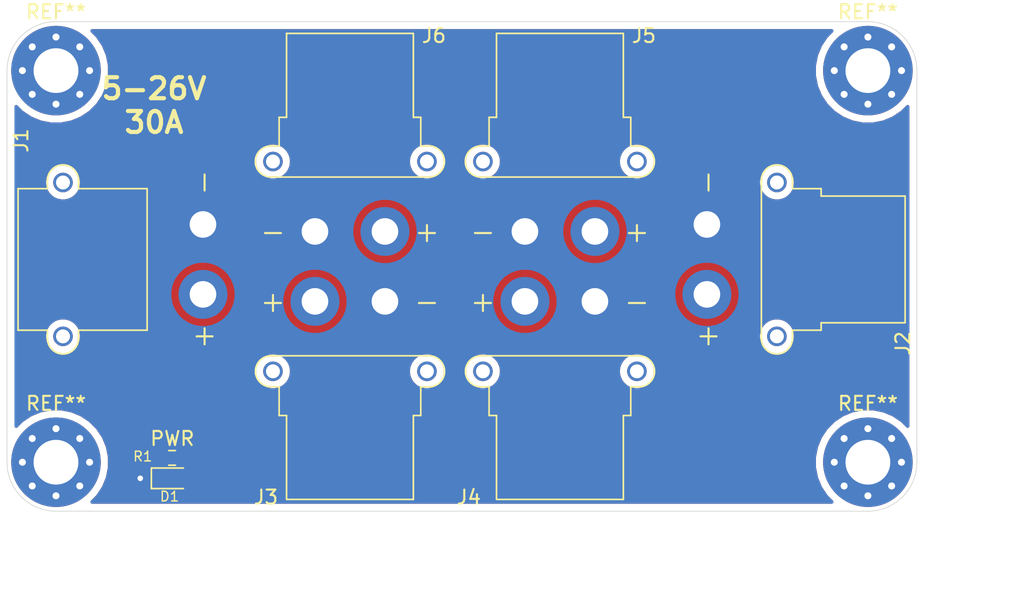
<source format=kicad_pcb>
(kicad_pcb (version 20171130) (host pcbnew "(5.1.9)-1")

  (general
    (thickness 1.6)
    (drawings 13)
    (tracks 4)
    (zones 0)
    (modules 12)
    (nets 4)
  )

  (page A4)
  (layers
    (0 F.Cu signal)
    (31 B.Cu signal)
    (32 B.Adhes user)
    (33 F.Adhes user)
    (34 B.Paste user)
    (35 F.Paste user)
    (36 B.SilkS user)
    (37 F.SilkS user)
    (38 B.Mask user)
    (39 F.Mask user)
    (40 Dwgs.User user)
    (41 Cmts.User user)
    (42 Eco1.User user)
    (43 Eco2.User user)
    (44 Edge.Cuts user)
    (45 Margin user)
    (46 B.CrtYd user)
    (47 F.CrtYd user)
    (48 B.Fab user)
    (49 F.Fab user hide)
  )

  (setup
    (last_trace_width 0.25)
    (user_trace_width 16.4)
    (trace_clearance 0.2)
    (zone_clearance 0.508)
    (zone_45_only no)
    (trace_min 0.2)
    (via_size 0.8)
    (via_drill 0.4)
    (via_min_size 0.4)
    (via_min_drill 0.3)
    (uvia_size 0.3)
    (uvia_drill 0.1)
    (uvias_allowed no)
    (uvia_min_size 0.2)
    (uvia_min_drill 0.1)
    (edge_width 0.05)
    (segment_width 0.2)
    (pcb_text_width 0.3)
    (pcb_text_size 1.5 1.5)
    (mod_edge_width 0.12)
    (mod_text_size 1 1)
    (mod_text_width 0.15)
    (pad_size 1.524 1.524)
    (pad_drill 0.762)
    (pad_to_mask_clearance 0)
    (aux_axis_origin 0 0)
    (visible_elements 7FFFFFFF)
    (pcbplotparams
      (layerselection 0x010fc_ffffffff)
      (usegerberextensions false)
      (usegerberattributes true)
      (usegerberadvancedattributes true)
      (creategerberjobfile true)
      (excludeedgelayer true)
      (linewidth 0.100000)
      (plotframeref false)
      (viasonmask false)
      (mode 1)
      (useauxorigin false)
      (hpglpennumber 1)
      (hpglpenspeed 20)
      (hpglpendiameter 15.000000)
      (psnegative false)
      (psa4output false)
      (plotreference true)
      (plotvalue true)
      (plotinvisibletext false)
      (padsonsilk false)
      (subtractmaskfromsilk false)
      (outputformat 1)
      (mirror false)
      (drillshape 1)
      (scaleselection 1)
      (outputdirectory ""))
  )

  (net 0 "")
  (net 1 GND)
  (net 2 VDD)
  (net 3 "Net-(D1-Pad2)")

  (net_class Default "This is the default net class."
    (clearance 0.2)
    (trace_width 0.25)
    (via_dia 0.8)
    (via_drill 0.4)
    (uvia_dia 0.3)
    (uvia_drill 0.1)
    (add_net GND)
    (add_net "Net-(D1-Pad2)")
    (add_net VDD)
  )

  (module MountingHole:MountingHole_3.2mm_M3_Pad_Via (layer F.Cu) (tedit 56DDBCCA) (tstamp 60DC3A8C)
    (at 103.5 83.5)
    (descr "Mounting Hole 3.2mm, M3")
    (tags "mounting hole 3.2mm m3")
    (attr virtual)
    (fp_text reference REF** (at 0 -4.2) (layer F.SilkS)
      (effects (font (size 1 1) (thickness 0.15)))
    )
    (fp_text value MountingHole_3.2mm_M3_Pad_Via (at 0 4.2) (layer F.Fab)
      (effects (font (size 1 1) (thickness 0.15)))
    )
    (fp_circle (center 0 0) (end 3.2 0) (layer Cmts.User) (width 0.15))
    (fp_circle (center 0 0) (end 3.45 0) (layer F.CrtYd) (width 0.05))
    (fp_text user %R (at 0.3 0) (layer F.Fab)
      (effects (font (size 1 1) (thickness 0.15)))
    )
    (pad 1 thru_hole circle (at 0 0) (size 6.4 6.4) (drill 3.2) (layers *.Cu *.Mask))
    (pad 1 thru_hole circle (at 2.4 0) (size 0.8 0.8) (drill 0.5) (layers *.Cu *.Mask))
    (pad 1 thru_hole circle (at 1.697056 1.697056) (size 0.8 0.8) (drill 0.5) (layers *.Cu *.Mask))
    (pad 1 thru_hole circle (at 0 2.4) (size 0.8 0.8) (drill 0.5) (layers *.Cu *.Mask))
    (pad 1 thru_hole circle (at -1.697056 1.697056) (size 0.8 0.8) (drill 0.5) (layers *.Cu *.Mask))
    (pad 1 thru_hole circle (at -2.4 0) (size 0.8 0.8) (drill 0.5) (layers *.Cu *.Mask))
    (pad 1 thru_hole circle (at -1.697056 -1.697056) (size 0.8 0.8) (drill 0.5) (layers *.Cu *.Mask))
    (pad 1 thru_hole circle (at 0 -2.4) (size 0.8 0.8) (drill 0.5) (layers *.Cu *.Mask))
    (pad 1 thru_hole circle (at 1.697056 -1.697056) (size 0.8 0.8) (drill 0.5) (layers *.Cu *.Mask))
  )

  (module MountingHole:MountingHole_3.2mm_M3_Pad_Via (layer F.Cu) (tedit 56DDBCCA) (tstamp 60DC3A8C)
    (at 103.5 111.5)
    (descr "Mounting Hole 3.2mm, M3")
    (tags "mounting hole 3.2mm m3")
    (attr virtual)
    (fp_text reference REF** (at 0 -4.2) (layer F.SilkS)
      (effects (font (size 1 1) (thickness 0.15)))
    )
    (fp_text value MountingHole_3.2mm_M3_Pad_Via (at 0 4.2) (layer F.Fab)
      (effects (font (size 1 1) (thickness 0.15)))
    )
    (fp_circle (center 0 0) (end 3.2 0) (layer Cmts.User) (width 0.15))
    (fp_circle (center 0 0) (end 3.45 0) (layer F.CrtYd) (width 0.05))
    (fp_text user %R (at 0.3 0) (layer F.Fab)
      (effects (font (size 1 1) (thickness 0.15)))
    )
    (pad 1 thru_hole circle (at 0 0) (size 6.4 6.4) (drill 3.2) (layers *.Cu *.Mask))
    (pad 1 thru_hole circle (at 2.4 0) (size 0.8 0.8) (drill 0.5) (layers *.Cu *.Mask))
    (pad 1 thru_hole circle (at 1.697056 1.697056) (size 0.8 0.8) (drill 0.5) (layers *.Cu *.Mask))
    (pad 1 thru_hole circle (at 0 2.4) (size 0.8 0.8) (drill 0.5) (layers *.Cu *.Mask))
    (pad 1 thru_hole circle (at -1.697056 1.697056) (size 0.8 0.8) (drill 0.5) (layers *.Cu *.Mask))
    (pad 1 thru_hole circle (at -2.4 0) (size 0.8 0.8) (drill 0.5) (layers *.Cu *.Mask))
    (pad 1 thru_hole circle (at -1.697056 -1.697056) (size 0.8 0.8) (drill 0.5) (layers *.Cu *.Mask))
    (pad 1 thru_hole circle (at 0 -2.4) (size 0.8 0.8) (drill 0.5) (layers *.Cu *.Mask))
    (pad 1 thru_hole circle (at 1.697056 -1.697056) (size 0.8 0.8) (drill 0.5) (layers *.Cu *.Mask))
  )

  (module MountingHole:MountingHole_3.2mm_M3_Pad_Via (layer F.Cu) (tedit 56DDBCCA) (tstamp 60DC3A8C)
    (at 161.5 111.5)
    (descr "Mounting Hole 3.2mm, M3")
    (tags "mounting hole 3.2mm m3")
    (attr virtual)
    (fp_text reference REF** (at 0 -4.2) (layer F.SilkS)
      (effects (font (size 1 1) (thickness 0.15)))
    )
    (fp_text value MountingHole_3.2mm_M3_Pad_Via (at 0 4.2) (layer F.Fab)
      (effects (font (size 1 1) (thickness 0.15)))
    )
    (fp_circle (center 0 0) (end 3.2 0) (layer Cmts.User) (width 0.15))
    (fp_circle (center 0 0) (end 3.45 0) (layer F.CrtYd) (width 0.05))
    (fp_text user %R (at 0.3 0) (layer F.Fab)
      (effects (font (size 1 1) (thickness 0.15)))
    )
    (pad 1 thru_hole circle (at 0 0) (size 6.4 6.4) (drill 3.2) (layers *.Cu *.Mask))
    (pad 1 thru_hole circle (at 2.4 0) (size 0.8 0.8) (drill 0.5) (layers *.Cu *.Mask))
    (pad 1 thru_hole circle (at 1.697056 1.697056) (size 0.8 0.8) (drill 0.5) (layers *.Cu *.Mask))
    (pad 1 thru_hole circle (at 0 2.4) (size 0.8 0.8) (drill 0.5) (layers *.Cu *.Mask))
    (pad 1 thru_hole circle (at -1.697056 1.697056) (size 0.8 0.8) (drill 0.5) (layers *.Cu *.Mask))
    (pad 1 thru_hole circle (at -2.4 0) (size 0.8 0.8) (drill 0.5) (layers *.Cu *.Mask))
    (pad 1 thru_hole circle (at -1.697056 -1.697056) (size 0.8 0.8) (drill 0.5) (layers *.Cu *.Mask))
    (pad 1 thru_hole circle (at 0 -2.4) (size 0.8 0.8) (drill 0.5) (layers *.Cu *.Mask))
    (pad 1 thru_hole circle (at 1.697056 -1.697056) (size 0.8 0.8) (drill 0.5) (layers *.Cu *.Mask))
  )

  (module MountingHole:MountingHole_3.2mm_M3_Pad_Via (layer F.Cu) (tedit 56DDBCCA) (tstamp 60DC3A00)
    (at 161.5 83.5)
    (descr "Mounting Hole 3.2mm, M3")
    (tags "mounting hole 3.2mm m3")
    (attr virtual)
    (fp_text reference REF** (at 0 -4.2) (layer F.SilkS)
      (effects (font (size 1 1) (thickness 0.15)))
    )
    (fp_text value MountingHole_3.2mm_M3_Pad_Via (at 0 4.2) (layer F.Fab)
      (effects (font (size 1 1) (thickness 0.15)))
    )
    (fp_text user %R (at 0.3 0) (layer F.Fab)
      (effects (font (size 1 1) (thickness 0.15)))
    )
    (fp_circle (center 0 0) (end 3.2 0) (layer Cmts.User) (width 0.15))
    (fp_circle (center 0 0) (end 3.45 0) (layer F.CrtYd) (width 0.05))
    (pad 1 thru_hole circle (at 1.697056 -1.697056) (size 0.8 0.8) (drill 0.5) (layers *.Cu *.Mask))
    (pad 1 thru_hole circle (at 0 -2.4) (size 0.8 0.8) (drill 0.5) (layers *.Cu *.Mask))
    (pad 1 thru_hole circle (at -1.697056 -1.697056) (size 0.8 0.8) (drill 0.5) (layers *.Cu *.Mask))
    (pad 1 thru_hole circle (at -2.4 0) (size 0.8 0.8) (drill 0.5) (layers *.Cu *.Mask))
    (pad 1 thru_hole circle (at -1.697056 1.697056) (size 0.8 0.8) (drill 0.5) (layers *.Cu *.Mask))
    (pad 1 thru_hole circle (at 0 2.4) (size 0.8 0.8) (drill 0.5) (layers *.Cu *.Mask))
    (pad 1 thru_hole circle (at 1.697056 1.697056) (size 0.8 0.8) (drill 0.5) (layers *.Cu *.Mask))
    (pad 1 thru_hole circle (at 2.4 0) (size 0.8 0.8) (drill 0.5) (layers *.Cu *.Mask))
    (pad 1 thru_hole circle (at 0 0) (size 6.4 6.4) (drill 3.2) (layers *.Cu *.Mask))
  )

  (module Connector_AMASS:AMASS_XT30PW-M_1x02_P2.50mm_Horizontal (layer F.Cu) (tedit 5C8EB279) (tstamp 6020DC16)
    (at 114 94.5 90)
    (descr "Connector XT30 Horizontal PCB Male, https://www.tme.eu/en/Document/ce4077e36b79046da520ca73227e15de/XT30PW%20SPEC.pdf")
    (tags "RC Connector XT30")
    (path /60205527)
    (fp_text reference J1 (at 6 -13 270) (layer F.SilkS)
      (effects (font (size 1 1) (thickness 0.15)))
    )
    (fp_text value VIN (at -2.5 3.5 90) (layer F.Fab)
      (effects (font (size 1 1) (thickness 0.15)))
    )
    (fp_line (start 2.45 -13.1) (end 2.45 -11) (layer F.Fab) (width 0.1))
    (fp_line (start -7.45 -13.1) (end -7.45 -11) (layer F.Fab) (width 0.1))
    (fp_line (start -7.45 -4.1) (end 2.45 -4.1) (layer F.Fab) (width 0.1))
    (fp_line (start -7.45 -13.1) (end 2.45 -13.1) (layer F.Fab) (width 0.1))
    (fp_line (start -7.56 -13.21) (end 2.56 -13.21) (layer F.SilkS) (width 0.12))
    (fp_line (start -7.56 -3.99) (end 2.56 -3.99) (layer F.SilkS) (width 0.12))
    (fp_line (start -7.56 -8.89) (end -7.56 -3.99) (layer F.SilkS) (width 0.12))
    (fp_line (start -7.56 -13.21) (end -7.56 -11.11) (layer F.SilkS) (width 0.12))
    (fp_line (start 2.56 -8.89) (end 2.56 -3.99) (layer F.SilkS) (width 0.12))
    (fp_line (start -8.15 -11) (end -7.45 -11) (layer F.Fab) (width 0.1))
    (fp_line (start 2.45 -11) (end 3.15 -11) (layer F.Fab) (width 0.1))
    (fp_line (start 2.45 -9) (end 3.15 -9) (layer F.Fab) (width 0.1))
    (fp_line (start -8.15 -9) (end -7.45 -9) (layer F.Fab) (width 0.1))
    (fp_line (start 2.45 -9) (end 2.45 -4.1) (layer F.Fab) (width 0.1))
    (fp_line (start -7.45 -9) (end -7.45 -4.1) (layer F.Fab) (width 0.1))
    (fp_line (start 2.56 -8.89) (end 3.15 -8.89) (layer F.SilkS) (width 0.12))
    (fp_line (start 2.56 -11.11) (end 3.15 -11.11) (layer F.SilkS) (width 0.12))
    (fp_line (start -8.15 -11.11) (end -7.56 -11.11) (layer F.SilkS) (width 0.12))
    (fp_line (start -8.15 -8.89) (end -7.56 -8.89) (layer F.SilkS) (width 0.12))
    (fp_line (start -9.65 -13.6) (end -9.65 2.25) (layer F.CrtYd) (width 0.05))
    (fp_line (start -9.65 2.25) (end 4.65 2.25) (layer F.CrtYd) (width 0.05))
    (fp_line (start 4.65 -13.6) (end 4.65 2.25) (layer F.CrtYd) (width 0.05))
    (fp_line (start -9.65 -13.6) (end 4.65 -13.6) (layer F.CrtYd) (width 0.05))
    (fp_line (start 2.56 -13.21) (end 2.56 -11.11) (layer F.SilkS) (width 0.12))
    (fp_text user %R (at -2.5 -3 90) (layer F.Fab)
      (effects (font (size 1 1) (thickness 0.15)))
    )
    (fp_arc (start 3.15 -10) (end 3.15 -9) (angle -180) (layer F.Fab) (width 0.1))
    (fp_arc (start -8.15 -10) (end -8.15 -11) (angle -180) (layer F.Fab) (width 0.1))
    (fp_arc (start -8.15 -10) (end -8.15 -11.11) (angle -180) (layer F.SilkS) (width 0.12))
    (fp_arc (start 3.15 -10) (end 3.15 -8.89) (angle -180) (layer F.SilkS) (width 0.12))
    (fp_text user - (at 3 0 90) (layer F.SilkS)
      (effects (font (size 1.5 1.5) (thickness 0.15)))
    )
    (fp_text user + (at -8 0 90) (layer F.SilkS)
      (effects (font (size 1.5 1.5) (thickness 0.15)))
    )
    (pad "" thru_hole circle (at 3 -10 90) (size 1.4 1.4) (drill 1) (layers *.Cu *.Mask))
    (pad "" thru_hole circle (at -8 -10 90) (size 1.4 1.4) (drill 1) (layers *.Cu *.Mask))
    (pad 1 thru_hole rect (at 0 0 90) (size 3.5 3.5) (drill 1.9) (layers *.Cu *.Mask)
      (net 1 GND))
    (pad 2 thru_hole circle (at -5 0 90) (size 3.5 3.5) (drill 1.9) (layers *.Cu *.Mask)
      (net 2 VDD))
    (model ${KISYS3DMOD}/Connector_AMASS.3dshapes/AMASS_XT30PW-M_1x02_P2.50mm_Horizontal.wrl
      (at (xyz 0 0 0))
      (scale (xyz 1 1 1))
      (rotate (xyz 0 0 0))
    )
    (model "Z:/Workspace/Robot Boards/PowerDistributionUnit/docs/pcb/lib/Connector_AMASS/User Library-XT30PW-M.step"
      (offset (xyz -2.5 8.5 0))
      (scale (xyz 1 1 1))
      (rotate (xyz 0 0 90))
    )
  )

  (module Connector_AMASS:AMASS_XT30PW-F_1x02_P2.50mm_Horizontal (layer F.Cu) (tedit 5C8EB270) (tstamp 6020DC8B)
    (at 150 94.5 270)
    (descr "Connector XT30 Horizontal PCB Female, https://www.tme.eu/en/Document/ce4077e36b79046da520ca73227e15de/XT30PW%20SPEC.pdf")
    (tags "RC Connector XT30")
    (path /602078CA)
    (fp_text reference J2 (at 8.5 -14 90) (layer F.SilkS)
      (effects (font (size 1 1) (thickness 0.15)))
    )
    (fp_text value VOUT (at 2.5 3.5 90) (layer F.Fab)
      (effects (font (size 1 1) (thickness 0.15)))
    )
    (fp_line (start -1.92 -14.05) (end 6.92 -14.05) (layer F.Fab) (width 0.1))
    (fp_line (start -1.92 -14.05) (end -1.92 -8.05) (layer F.Fab) (width 0.1))
    (fp_line (start 6.92 -14.05) (end 6.92 -8.05) (layer F.Fab) (width 0.1))
    (fp_line (start -2.45 -8.05) (end 7.45 -8.05) (layer F.Fab) (width 0.1))
    (fp_line (start -2.56 -8.16) (end -2.03 -8.16) (layer F.SilkS) (width 0.12))
    (fp_line (start -4.65 2.25) (end 9.65 2.25) (layer F.CrtYd) (width 0.05))
    (fp_line (start 9.65 -8.55) (end 9.65 2.25) (layer F.CrtYd) (width 0.05))
    (fp_line (start 7.42 -8.55) (end 9.65 -8.55) (layer F.CrtYd) (width 0.05))
    (fp_line (start 7.42 -14.55) (end 7.42 -8.55) (layer F.CrtYd) (width 0.05))
    (fp_line (start -2.42 -14.55) (end 7.42 -14.55) (layer F.CrtYd) (width 0.05))
    (fp_line (start -2.42 -14.55) (end -2.42 -8.55) (layer F.CrtYd) (width 0.05))
    (fp_line (start -4.65 -8.55) (end -2.42 -8.55) (layer F.CrtYd) (width 0.05))
    (fp_line (start -4.65 -8.55) (end -4.65 2.25) (layer F.CrtYd) (width 0.05))
    (fp_line (start -3.26 -3.89) (end 8.26 -3.89) (layer F.SilkS) (width 0.12))
    (fp_line (start -3.15 -4) (end 8.15 -4) (layer F.Fab) (width 0.1))
    (fp_line (start -3.15 -6) (end -2.45 -6) (layer F.Fab) (width 0.1))
    (fp_line (start -2.45 -8.05) (end -2.45 -6) (layer F.Fab) (width 0.1))
    (fp_line (start 7.45 -8.05) (end 7.45 -6.05) (layer F.Fab) (width 0.1))
    (fp_line (start 7.45 -6) (end 8.15 -6) (layer F.Fab) (width 0.1))
    (fp_line (start -2.56 -8.16) (end -2.56 -6.11) (layer F.SilkS) (width 0.12))
    (fp_line (start -3.26 -6.11) (end -2.56 -6.11) (layer F.SilkS) (width 0.12))
    (fp_line (start 7.56 -6.11) (end 8.26 -6.11) (layer F.SilkS) (width 0.12))
    (fp_line (start 7.56 -8.16) (end 7.56 -6.11) (layer F.SilkS) (width 0.12))
    (fp_line (start 7.03 -8.16) (end 7.56 -8.16) (layer F.SilkS) (width 0.12))
    (fp_line (start 7.03 -14.16) (end 7.03 -8.16) (layer F.SilkS) (width 0.12))
    (fp_line (start -2.03 -14.16) (end 7 -14.16) (layer F.SilkS) (width 0.12))
    (fp_line (start -2.03 -14.16) (end -2.03 -8.16) (layer F.SilkS) (width 0.12))
    (fp_text user %R (at 1.2 -2.7 90) (layer F.Fab)
      (effects (font (size 1 1) (thickness 0.15)))
    )
    (fp_arc (start 8.15 -5) (end 8.15 -4) (angle -180) (layer F.Fab) (width 0.1))
    (fp_arc (start -3.15 -5) (end -3.15 -6) (angle -180) (layer F.Fab) (width 0.1))
    (fp_arc (start -3.15 -5) (end -3.15 -6.11) (angle -171.1) (layer F.SilkS) (width 0.12))
    (fp_arc (start 8.15 -5) (end 8.15 -3.89) (angle -180) (layer F.SilkS) (width 0.12))
    (fp_text user + (at 8 0 90) (layer F.SilkS)
      (effects (font (size 1.5 1.5) (thickness 0.15)))
    )
    (fp_text user - (at -3 0 90) (layer F.SilkS)
      (effects (font (size 1.5 1.5) (thickness 0.15)))
    )
    (pad "" thru_hole circle (at -3 -5) (size 1.4 1.4) (drill 1) (layers *.Cu *.Mask))
    (pad "" thru_hole circle (at 8 -5 270) (size 1.4 1.4) (drill 1) (layers *.Cu *.Mask))
    (pad 1 thru_hole rect (at 0 0 270) (size 3.5 3.5) (drill 1.9) (layers *.Cu *.Mask)
      (net 1 GND))
    (pad 2 thru_hole circle (at 5 0 270) (size 3.5 3.5) (drill 1.9) (layers *.Cu *.Mask)
      (net 2 VDD))
    (model ${KISYS3DMOD}/Connector_AMASS.3dshapes/AMASS_XT30PW-F_1x02_P2.50mm_Horizontal.wrl
      (at (xyz 0 0 0))
      (scale (xyz 1 1 1))
      (rotate (xyz 0 0 0))
    )
    (model "Z:/Workspace/Robot Boards/PowerDistributionUnit/docs/pcb/lib/Connector_AMASS/User Library-XT30PW-F.step"
      (offset (xyz 2.5 5.75 0))
      (scale (xyz 1 1 1))
      (rotate (xyz 0 0 90))
    )
  )

  (module Connector_AMASS:AMASS_XT30PW-F_1x02_P2.50mm_Horizontal (layer F.Cu) (tedit 5C8EB270) (tstamp 6020DE77)
    (at 127 100 180)
    (descr "Connector XT30 Horizontal PCB Female, https://www.tme.eu/en/Document/ce4077e36b79046da520ca73227e15de/XT30PW%20SPEC.pdf")
    (tags "RC Connector XT30")
    (path /6020650D)
    (fp_text reference J3 (at 8.5 -14) (layer F.SilkS)
      (effects (font (size 1 1) (thickness 0.15)))
    )
    (fp_text value VOUT (at 2.5 3.5) (layer F.Fab)
      (effects (font (size 1 1) (thickness 0.15)))
    )
    (fp_line (start -1.92 -14.05) (end 6.92 -14.05) (layer F.Fab) (width 0.1))
    (fp_line (start -1.92 -14.05) (end -1.92 -8.05) (layer F.Fab) (width 0.1))
    (fp_line (start 6.92 -14.05) (end 6.92 -8.05) (layer F.Fab) (width 0.1))
    (fp_line (start -2.45 -8.05) (end 7.45 -8.05) (layer F.Fab) (width 0.1))
    (fp_line (start -2.56 -8.16) (end -2.03 -8.16) (layer F.SilkS) (width 0.12))
    (fp_line (start -4.65 2.25) (end 9.65 2.25) (layer F.CrtYd) (width 0.05))
    (fp_line (start 9.65 -8.55) (end 9.65 2.25) (layer F.CrtYd) (width 0.05))
    (fp_line (start 7.42 -8.55) (end 9.65 -8.55) (layer F.CrtYd) (width 0.05))
    (fp_line (start 7.42 -14.55) (end 7.42 -8.55) (layer F.CrtYd) (width 0.05))
    (fp_line (start -2.42 -14.55) (end 7.42 -14.55) (layer F.CrtYd) (width 0.05))
    (fp_line (start -2.42 -14.55) (end -2.42 -8.55) (layer F.CrtYd) (width 0.05))
    (fp_line (start -4.65 -8.55) (end -2.42 -8.55) (layer F.CrtYd) (width 0.05))
    (fp_line (start -4.65 -8.55) (end -4.65 2.25) (layer F.CrtYd) (width 0.05))
    (fp_line (start -3.26 -3.89) (end 8.26 -3.89) (layer F.SilkS) (width 0.12))
    (fp_line (start -3.15 -4) (end 8.15 -4) (layer F.Fab) (width 0.1))
    (fp_line (start -3.15 -6) (end -2.45 -6) (layer F.Fab) (width 0.1))
    (fp_line (start -2.45 -8.05) (end -2.45 -6) (layer F.Fab) (width 0.1))
    (fp_line (start 7.45 -8.05) (end 7.45 -6.05) (layer F.Fab) (width 0.1))
    (fp_line (start 7.45 -6) (end 8.15 -6) (layer F.Fab) (width 0.1))
    (fp_line (start -2.56 -8.16) (end -2.56 -6.11) (layer F.SilkS) (width 0.12))
    (fp_line (start -3.26 -6.11) (end -2.56 -6.11) (layer F.SilkS) (width 0.12))
    (fp_line (start 7.56 -6.11) (end 8.26 -6.11) (layer F.SilkS) (width 0.12))
    (fp_line (start 7.56 -8.16) (end 7.56 -6.11) (layer F.SilkS) (width 0.12))
    (fp_line (start 7.03 -8.16) (end 7.56 -8.16) (layer F.SilkS) (width 0.12))
    (fp_line (start 7.03 -14.16) (end 7.03 -8.16) (layer F.SilkS) (width 0.12))
    (fp_line (start -2.03 -14.16) (end 7 -14.16) (layer F.SilkS) (width 0.12))
    (fp_line (start -2.03 -14.16) (end -2.03 -8.16) (layer F.SilkS) (width 0.12))
    (fp_text user %R (at 2.5 -3) (layer F.Fab)
      (effects (font (size 1 1) (thickness 0.15)))
    )
    (fp_arc (start 8.15 -5) (end 8.15 -4) (angle -180) (layer F.Fab) (width 0.1))
    (fp_arc (start -3.15 -5) (end -3.15 -6) (angle -180) (layer F.Fab) (width 0.1))
    (fp_arc (start -3.15 -5) (end -3.15 -6.11) (angle -171.1) (layer F.SilkS) (width 0.12))
    (fp_arc (start 8.15 -5) (end 8.15 -3.89) (angle -180) (layer F.SilkS) (width 0.12))
    (fp_text user + (at 8 0) (layer F.SilkS)
      (effects (font (size 1.5 1.5) (thickness 0.15)))
    )
    (fp_text user - (at -3 0) (layer F.SilkS)
      (effects (font (size 1.5 1.5) (thickness 0.15)))
    )
    (pad "" thru_hole circle (at -3 -5 270) (size 1.4 1.4) (drill 1) (layers *.Cu *.Mask))
    (pad "" thru_hole circle (at 8 -5 180) (size 1.4 1.4) (drill 1) (layers *.Cu *.Mask))
    (pad 1 thru_hole rect (at 0 0 180) (size 3.5 3.5) (drill 1.9) (layers *.Cu *.Mask)
      (net 1 GND))
    (pad 2 thru_hole circle (at 5 0 180) (size 3.5 3.5) (drill 1.9) (layers *.Cu *.Mask)
      (net 2 VDD))
    (model ${KISYS3DMOD}/Connector_AMASS.3dshapes/AMASS_XT30PW-F_1x02_P2.50mm_Horizontal.wrl
      (at (xyz 0 0 0))
      (scale (xyz 1 1 1))
      (rotate (xyz 0 0 0))
    )
    (model "Z:/Workspace/Robot Boards/PowerDistributionUnit/docs/pcb/lib/Connector_AMASS/User Library-XT30PW-F.step"
      (offset (xyz 2.5 5.75 0))
      (scale (xyz 1 1 1))
      (rotate (xyz 0 0 90))
    )
  )

  (module Connector_AMASS:AMASS_XT30PW-F_1x02_P2.50mm_Horizontal (layer F.Cu) (tedit 5C8EB270) (tstamp 6020DDFC)
    (at 142 100 180)
    (descr "Connector XT30 Horizontal PCB Female, https://www.tme.eu/en/Document/ce4077e36b79046da520ca73227e15de/XT30PW%20SPEC.pdf")
    (tags "RC Connector XT30")
    (path /60206A82)
    (fp_text reference J4 (at 9 -14) (layer F.SilkS)
      (effects (font (size 1 1) (thickness 0.15)))
    )
    (fp_text value VOUT (at 2.5 3.5) (layer F.Fab)
      (effects (font (size 1 1) (thickness 0.15)))
    )
    (fp_line (start -2.03 -14.16) (end -2.03 -8.16) (layer F.SilkS) (width 0.12))
    (fp_line (start -2.03 -14.16) (end 7 -14.16) (layer F.SilkS) (width 0.12))
    (fp_line (start 7.03 -14.16) (end 7.03 -8.16) (layer F.SilkS) (width 0.12))
    (fp_line (start 7.03 -8.16) (end 7.56 -8.16) (layer F.SilkS) (width 0.12))
    (fp_line (start 7.56 -8.16) (end 7.56 -6.11) (layer F.SilkS) (width 0.12))
    (fp_line (start 7.56 -6.11) (end 8.26 -6.11) (layer F.SilkS) (width 0.12))
    (fp_line (start -3.26 -6.11) (end -2.56 -6.11) (layer F.SilkS) (width 0.12))
    (fp_line (start -2.56 -8.16) (end -2.56 -6.11) (layer F.SilkS) (width 0.12))
    (fp_line (start 7.45 -6) (end 8.15 -6) (layer F.Fab) (width 0.1))
    (fp_line (start 7.45 -8.05) (end 7.45 -6.05) (layer F.Fab) (width 0.1))
    (fp_line (start -2.45 -8.05) (end -2.45 -6) (layer F.Fab) (width 0.1))
    (fp_line (start -3.15 -6) (end -2.45 -6) (layer F.Fab) (width 0.1))
    (fp_line (start -3.15 -4) (end 8.15 -4) (layer F.Fab) (width 0.1))
    (fp_line (start -3.26 -3.89) (end 8.26 -3.89) (layer F.SilkS) (width 0.12))
    (fp_line (start -4.65 -8.55) (end -4.65 2.25) (layer F.CrtYd) (width 0.05))
    (fp_line (start -4.65 -8.55) (end -2.42 -8.55) (layer F.CrtYd) (width 0.05))
    (fp_line (start -2.42 -14.55) (end -2.42 -8.55) (layer F.CrtYd) (width 0.05))
    (fp_line (start -2.42 -14.55) (end 7.42 -14.55) (layer F.CrtYd) (width 0.05))
    (fp_line (start 7.42 -14.55) (end 7.42 -8.55) (layer F.CrtYd) (width 0.05))
    (fp_line (start 7.42 -8.55) (end 9.65 -8.55) (layer F.CrtYd) (width 0.05))
    (fp_line (start 9.65 -8.55) (end 9.65 2.25) (layer F.CrtYd) (width 0.05))
    (fp_line (start -4.65 2.25) (end 9.65 2.25) (layer F.CrtYd) (width 0.05))
    (fp_line (start -2.56 -8.16) (end -2.03 -8.16) (layer F.SilkS) (width 0.12))
    (fp_line (start -2.45 -8.05) (end 7.45 -8.05) (layer F.Fab) (width 0.1))
    (fp_line (start 6.92 -14.05) (end 6.92 -8.05) (layer F.Fab) (width 0.1))
    (fp_line (start -1.92 -14.05) (end -1.92 -8.05) (layer F.Fab) (width 0.1))
    (fp_line (start -1.92 -14.05) (end 6.92 -14.05) (layer F.Fab) (width 0.1))
    (fp_text user - (at -3 0) (layer F.SilkS)
      (effects (font (size 1.5 1.5) (thickness 0.15)))
    )
    (fp_text user + (at 8 0) (layer F.SilkS)
      (effects (font (size 1.5 1.5) (thickness 0.15)))
    )
    (fp_arc (start 8.15 -5) (end 8.15 -3.89) (angle -180) (layer F.SilkS) (width 0.12))
    (fp_arc (start -3.15 -5) (end -3.15 -6.11) (angle -171.1) (layer F.SilkS) (width 0.12))
    (fp_arc (start -3.15 -5) (end -3.15 -6) (angle -180) (layer F.Fab) (width 0.1))
    (fp_arc (start 8.15 -5) (end 8.15 -4) (angle -180) (layer F.Fab) (width 0.1))
    (fp_text user %R (at 2 -3) (layer F.Fab)
      (effects (font (size 1 1) (thickness 0.15)))
    )
    (pad 2 thru_hole circle (at 5 0 180) (size 3.5 3.5) (drill 1.9) (layers *.Cu *.Mask)
      (net 2 VDD))
    (pad 1 thru_hole rect (at 0 0 180) (size 3.5 3.5) (drill 1.9) (layers *.Cu *.Mask)
      (net 1 GND))
    (pad "" thru_hole circle (at 8 -5 180) (size 1.4 1.4) (drill 1) (layers *.Cu *.Mask))
    (pad "" thru_hole circle (at -3 -5 270) (size 1.4 1.4) (drill 1) (layers *.Cu *.Mask))
    (model ${KISYS3DMOD}/Connector_AMASS.3dshapes/AMASS_XT30PW-F_1x02_P2.50mm_Horizontal.wrl
      (at (xyz 0 0 0))
      (scale (xyz 1 1 1))
      (rotate (xyz 0 0 0))
    )
    (model "Z:/Workspace/Robot Boards/PowerDistributionUnit/docs/pcb/lib/Connector_AMASS/User Library-XT30PW-F.step"
      (offset (xyz 2.5 5.75 0))
      (scale (xyz 1 1 1))
      (rotate (xyz 0 0 90))
    )
  )

  (module Connector_AMASS:AMASS_XT30PW-F_1x02_P2.50mm_Horizontal (layer F.Cu) (tedit 5C8EB270) (tstamp 6020DD06)
    (at 137 95)
    (descr "Connector XT30 Horizontal PCB Female, https://www.tme.eu/en/Document/ce4077e36b79046da520ca73227e15de/XT30PW%20SPEC.pdf")
    (tags "RC Connector XT30")
    (path /60206E08)
    (fp_text reference J5 (at 8.5 -14) (layer F.SilkS)
      (effects (font (size 1 1) (thickness 0.15)))
    )
    (fp_text value VOUT (at 2.5 3.5) (layer F.Fab)
      (effects (font (size 1 1) (thickness 0.15)))
    )
    (fp_line (start -1.92 -14.05) (end 6.92 -14.05) (layer F.Fab) (width 0.1))
    (fp_line (start -1.92 -14.05) (end -1.92 -8.05) (layer F.Fab) (width 0.1))
    (fp_line (start 6.92 -14.05) (end 6.92 -8.05) (layer F.Fab) (width 0.1))
    (fp_line (start -2.45 -8.05) (end 7.45 -8.05) (layer F.Fab) (width 0.1))
    (fp_line (start -2.56 -8.16) (end -2.03 -8.16) (layer F.SilkS) (width 0.12))
    (fp_line (start -4.65 2.25) (end 9.65 2.25) (layer F.CrtYd) (width 0.05))
    (fp_line (start 9.65 -8.55) (end 9.65 2.25) (layer F.CrtYd) (width 0.05))
    (fp_line (start 7.42 -8.55) (end 9.65 -8.55) (layer F.CrtYd) (width 0.05))
    (fp_line (start 7.42 -14.55) (end 7.42 -8.55) (layer F.CrtYd) (width 0.05))
    (fp_line (start -2.42 -14.55) (end 7.42 -14.55) (layer F.CrtYd) (width 0.05))
    (fp_line (start -2.42 -14.55) (end -2.42 -8.55) (layer F.CrtYd) (width 0.05))
    (fp_line (start -4.65 -8.55) (end -2.42 -8.55) (layer F.CrtYd) (width 0.05))
    (fp_line (start -4.65 -8.55) (end -4.65 2.25) (layer F.CrtYd) (width 0.05))
    (fp_line (start -3.26 -3.89) (end 8.26 -3.89) (layer F.SilkS) (width 0.12))
    (fp_line (start -3.15 -4) (end 8.15 -4) (layer F.Fab) (width 0.1))
    (fp_line (start -3.15 -6) (end -2.45 -6) (layer F.Fab) (width 0.1))
    (fp_line (start -2.45 -8.05) (end -2.45 -6) (layer F.Fab) (width 0.1))
    (fp_line (start 7.45 -8.05) (end 7.45 -6.05) (layer F.Fab) (width 0.1))
    (fp_line (start 7.45 -6) (end 8.15 -6) (layer F.Fab) (width 0.1))
    (fp_line (start -2.56 -8.16) (end -2.56 -6.11) (layer F.SilkS) (width 0.12))
    (fp_line (start -3.26 -6.11) (end -2.56 -6.11) (layer F.SilkS) (width 0.12))
    (fp_line (start 7.56 -6.11) (end 8.26 -6.11) (layer F.SilkS) (width 0.12))
    (fp_line (start 7.56 -8.16) (end 7.56 -6.11) (layer F.SilkS) (width 0.12))
    (fp_line (start 7.03 -8.16) (end 7.56 -8.16) (layer F.SilkS) (width 0.12))
    (fp_line (start 7.03 -14.16) (end 7.03 -8.16) (layer F.SilkS) (width 0.12))
    (fp_line (start -2.03 -14.16) (end 7 -14.16) (layer F.SilkS) (width 0.12))
    (fp_line (start -2.03 -14.16) (end -2.03 -8.16) (layer F.SilkS) (width 0.12))
    (fp_text user %R (at -3 -3) (layer F.Fab)
      (effects (font (size 1 1) (thickness 0.15)))
    )
    (fp_arc (start 8.15 -5) (end 8.15 -4) (angle -180) (layer F.Fab) (width 0.1))
    (fp_arc (start -3.15 -5) (end -3.15 -6) (angle -180) (layer F.Fab) (width 0.1))
    (fp_arc (start -3.15 -5) (end -3.15 -6.11) (angle -171.1) (layer F.SilkS) (width 0.12))
    (fp_arc (start 8.15 -5) (end 8.15 -3.89) (angle -180) (layer F.SilkS) (width 0.12))
    (fp_text user + (at 8 0) (layer F.SilkS)
      (effects (font (size 1.5 1.5) (thickness 0.15)))
    )
    (fp_text user - (at -3 0) (layer F.SilkS)
      (effects (font (size 1.5 1.5) (thickness 0.15)))
    )
    (pad "" thru_hole circle (at -3 -5 90) (size 1.4 1.4) (drill 1) (layers *.Cu *.Mask))
    (pad "" thru_hole circle (at 8 -5) (size 1.4 1.4) (drill 1) (layers *.Cu *.Mask))
    (pad 1 thru_hole rect (at 0 0) (size 3.5 3.5) (drill 1.9) (layers *.Cu *.Mask)
      (net 1 GND))
    (pad 2 thru_hole circle (at 5 0) (size 3.5 3.5) (drill 1.9) (layers *.Cu *.Mask)
      (net 2 VDD))
    (model ${KISYS3DMOD}/Connector_AMASS.3dshapes/AMASS_XT30PW-F_1x02_P2.50mm_Horizontal.wrl
      (at (xyz 0 0 0))
      (scale (xyz 1 1 1))
      (rotate (xyz 0 0 0))
    )
    (model "Z:/Workspace/Robot Boards/PowerDistributionUnit/docs/pcb/lib/Connector_AMASS/User Library-XT30PW-F.step"
      (offset (xyz 2.5 5.75 0))
      (scale (xyz 1 1 1))
      (rotate (xyz 0 0 90))
    )
  )

  (module Connector_AMASS:AMASS_XT30PW-F_1x02_P2.50mm_Horizontal (layer F.Cu) (tedit 5C8EB270) (tstamp 6020DD81)
    (at 122 95)
    (descr "Connector XT30 Horizontal PCB Female, https://www.tme.eu/en/Document/ce4077e36b79046da520ca73227e15de/XT30PW%20SPEC.pdf")
    (tags "RC Connector XT30")
    (path /6020721F)
    (fp_text reference J6 (at 8.5 -14) (layer F.SilkS)
      (effects (font (size 1 1) (thickness 0.15)))
    )
    (fp_text value VOUT (at 2.5 3.5) (layer F.Fab)
      (effects (font (size 1 1) (thickness 0.15)))
    )
    (fp_line (start -2.03 -14.16) (end -2.03 -8.16) (layer F.SilkS) (width 0.12))
    (fp_line (start -2.03 -14.16) (end 7 -14.16) (layer F.SilkS) (width 0.12))
    (fp_line (start 7.03 -14.16) (end 7.03 -8.16) (layer F.SilkS) (width 0.12))
    (fp_line (start 7.03 -8.16) (end 7.56 -8.16) (layer F.SilkS) (width 0.12))
    (fp_line (start 7.56 -8.16) (end 7.56 -6.11) (layer F.SilkS) (width 0.12))
    (fp_line (start 7.56 -6.11) (end 8.26 -6.11) (layer F.SilkS) (width 0.12))
    (fp_line (start -3.26 -6.11) (end -2.56 -6.11) (layer F.SilkS) (width 0.12))
    (fp_line (start -2.56 -8.16) (end -2.56 -6.11) (layer F.SilkS) (width 0.12))
    (fp_line (start 7.45 -6) (end 8.15 -6) (layer F.Fab) (width 0.1))
    (fp_line (start 7.45 -8.05) (end 7.45 -6.05) (layer F.Fab) (width 0.1))
    (fp_line (start -2.45 -8.05) (end -2.45 -6) (layer F.Fab) (width 0.1))
    (fp_line (start -3.15 -6) (end -2.45 -6) (layer F.Fab) (width 0.1))
    (fp_line (start -3.15 -4) (end 8.15 -4) (layer F.Fab) (width 0.1))
    (fp_line (start -3.26 -3.89) (end 8.26 -3.89) (layer F.SilkS) (width 0.12))
    (fp_line (start -4.65 -8.55) (end -4.65 2.25) (layer F.CrtYd) (width 0.05))
    (fp_line (start -4.65 -8.55) (end -2.42 -8.55) (layer F.CrtYd) (width 0.05))
    (fp_line (start -2.42 -14.55) (end -2.42 -8.55) (layer F.CrtYd) (width 0.05))
    (fp_line (start -2.42 -14.55) (end 7.42 -14.55) (layer F.CrtYd) (width 0.05))
    (fp_line (start 7.42 -14.55) (end 7.42 -8.55) (layer F.CrtYd) (width 0.05))
    (fp_line (start 7.42 -8.55) (end 9.65 -8.55) (layer F.CrtYd) (width 0.05))
    (fp_line (start 9.65 -8.55) (end 9.65 2.25) (layer F.CrtYd) (width 0.05))
    (fp_line (start -4.65 2.25) (end 9.65 2.25) (layer F.CrtYd) (width 0.05))
    (fp_line (start -2.56 -8.16) (end -2.03 -8.16) (layer F.SilkS) (width 0.12))
    (fp_line (start -2.45 -8.05) (end 7.45 -8.05) (layer F.Fab) (width 0.1))
    (fp_line (start 6.92 -14.05) (end 6.92 -8.05) (layer F.Fab) (width 0.1))
    (fp_line (start -1.92 -14.05) (end -1.92 -8.05) (layer F.Fab) (width 0.1))
    (fp_line (start -1.92 -14.05) (end 6.92 -14.05) (layer F.Fab) (width 0.1))
    (fp_text user - (at -3 0) (layer F.SilkS)
      (effects (font (size 1.5 1.5) (thickness 0.15)))
    )
    (fp_text user + (at 8 0) (layer F.SilkS)
      (effects (font (size 1.5 1.5) (thickness 0.15)))
    )
    (fp_arc (start 8.15 -5) (end 8.15 -3.89) (angle -180) (layer F.SilkS) (width 0.12))
    (fp_arc (start -3.15 -5) (end -3.15 -6.11) (angle -171.1) (layer F.SilkS) (width 0.12))
    (fp_arc (start -3.15 -5) (end -3.15 -6) (angle -180) (layer F.Fab) (width 0.1))
    (fp_arc (start 8.15 -5) (end 8.15 -4) (angle -180) (layer F.Fab) (width 0.1))
    (fp_text user %R (at 2.5 -3) (layer F.Fab)
      (effects (font (size 1 1) (thickness 0.15)))
    )
    (pad 2 thru_hole circle (at 5 0) (size 3.5 3.5) (drill 1.9) (layers *.Cu *.Mask)
      (net 2 VDD))
    (pad 1 thru_hole rect (at 0 0) (size 3.5 3.5) (drill 1.9) (layers *.Cu *.Mask)
      (net 1 GND))
    (pad "" thru_hole circle (at 8 -5) (size 1.4 1.4) (drill 1) (layers *.Cu *.Mask))
    (pad "" thru_hole circle (at -3 -5 90) (size 1.4 1.4) (drill 1) (layers *.Cu *.Mask))
    (model ${KISYS3DMOD}/Connector_AMASS.3dshapes/AMASS_XT30PW-F_1x02_P2.50mm_Horizontal.wrl
      (at (xyz 0 0 0))
      (scale (xyz 1 1 1))
      (rotate (xyz 0 0 0))
    )
    (model "Z:/Workspace/Robot Boards/PowerDistributionUnit/docs/pcb/lib/Connector_AMASS/User Library-XT30PW-F.step"
      (offset (xyz 2.5 5.75 0))
      (scale (xyz 1 1 1))
      (rotate (xyz 0 0 90))
    )
  )

  (module LED_SMD:LED_0603_1608Metric (layer F.Cu) (tedit 5F68FEF1) (tstamp 6021F8E7)
    (at 111.797501 112.65)
    (descr "LED SMD 0603 (1608 Metric), square (rectangular) end terminal, IPC_7351 nominal, (Body size source: http://www.tortai-tech.com/upload/download/2011102023233369053.pdf), generated with kicad-footprint-generator")
    (tags LED)
    (path /602210E7)
    (attr smd)
    (fp_text reference D1 (at -0.187501 1.3) (layer F.SilkS)
      (effects (font (size 0.7 0.7) (thickness 0.1)))
    )
    (fp_text value PWR (at 0.012499 -2.84) (layer F.SilkS)
      (effects (font (size 1 1) (thickness 0.15)))
    )
    (fp_line (start 0.8 -0.4) (end -0.5 -0.4) (layer F.Fab) (width 0.1))
    (fp_line (start -0.5 -0.4) (end -0.8 -0.1) (layer F.Fab) (width 0.1))
    (fp_line (start -0.8 -0.1) (end -0.8 0.4) (layer F.Fab) (width 0.1))
    (fp_line (start -0.8 0.4) (end 0.8 0.4) (layer F.Fab) (width 0.1))
    (fp_line (start 0.8 0.4) (end 0.8 -0.4) (layer F.Fab) (width 0.1))
    (fp_line (start 0.8 -0.735) (end -1.485 -0.735) (layer F.SilkS) (width 0.12))
    (fp_line (start -1.485 -0.735) (end -1.485 0.735) (layer F.SilkS) (width 0.12))
    (fp_line (start -1.485 0.735) (end 0.8 0.735) (layer F.SilkS) (width 0.12))
    (fp_line (start -1.48 0.73) (end -1.48 -0.73) (layer F.CrtYd) (width 0.05))
    (fp_line (start -1.48 -0.73) (end 1.48 -0.73) (layer F.CrtYd) (width 0.05))
    (fp_line (start 1.48 -0.73) (end 1.48 0.73) (layer F.CrtYd) (width 0.05))
    (fp_line (start 1.48 0.73) (end -1.48 0.73) (layer F.CrtYd) (width 0.05))
    (fp_text user %R (at 0 0) (layer F.Fab)
      (effects (font (size 0.4 0.4) (thickness 0.06)))
    )
    (pad 1 smd roundrect (at -0.7875 0) (size 0.875 0.95) (layers F.Cu F.Paste F.Mask) (roundrect_rratio 0.25)
      (net 1 GND))
    (pad 2 smd roundrect (at 0.7875 0) (size 0.875 0.95) (layers F.Cu F.Paste F.Mask) (roundrect_rratio 0.25)
      (net 3 "Net-(D1-Pad2)"))
    (model ${KISYS3DMOD}/LED_SMD.3dshapes/LED_0603_1608Metric.wrl
      (at (xyz 0 0 0))
      (scale (xyz 1 1 1))
      (rotate (xyz 0 0 0))
    )
  )

  (module Resistor_SMD:R_0603_1608Metric (layer F.Cu) (tedit 5F68FEEE) (tstamp 6021F8F8)
    (at 111.795 111.19)
    (descr "Resistor SMD 0603 (1608 Metric), square (rectangular) end terminal, IPC_7351 nominal, (Body size source: IPC-SM-782 page 72, https://www.pcb-3d.com/wordpress/wp-content/uploads/ipc-sm-782a_amendment_1_and_2.pdf), generated with kicad-footprint-generator")
    (tags resistor)
    (path /60226399)
    (attr smd)
    (fp_text reference R1 (at -2.1 -0.1) (layer F.SilkS)
      (effects (font (size 0.7 0.7) (thickness 0.1)))
    )
    (fp_text value 1k (at 0 1.43) (layer F.Fab)
      (effects (font (size 1 1) (thickness 0.15)))
    )
    (fp_line (start -0.8 0.4125) (end -0.8 -0.4125) (layer F.Fab) (width 0.1))
    (fp_line (start -0.8 -0.4125) (end 0.8 -0.4125) (layer F.Fab) (width 0.1))
    (fp_line (start 0.8 -0.4125) (end 0.8 0.4125) (layer F.Fab) (width 0.1))
    (fp_line (start 0.8 0.4125) (end -0.8 0.4125) (layer F.Fab) (width 0.1))
    (fp_line (start -0.237258 -0.5225) (end 0.237258 -0.5225) (layer F.SilkS) (width 0.12))
    (fp_line (start -0.237258 0.5225) (end 0.237258 0.5225) (layer F.SilkS) (width 0.12))
    (fp_line (start -1.48 0.73) (end -1.48 -0.73) (layer F.CrtYd) (width 0.05))
    (fp_line (start -1.48 -0.73) (end 1.48 -0.73) (layer F.CrtYd) (width 0.05))
    (fp_line (start 1.48 -0.73) (end 1.48 0.73) (layer F.CrtYd) (width 0.05))
    (fp_line (start 1.48 0.73) (end -1.48 0.73) (layer F.CrtYd) (width 0.05))
    (fp_text user %R (at 0 0) (layer F.Fab)
      (effects (font (size 0.4 0.4) (thickness 0.06)))
    )
    (pad 1 smd roundrect (at -0.825 0) (size 0.8 0.95) (layers F.Cu F.Paste F.Mask) (roundrect_rratio 0.25)
      (net 2 VDD))
    (pad 2 smd roundrect (at 0.825 0) (size 0.8 0.95) (layers F.Cu F.Paste F.Mask) (roundrect_rratio 0.25)
      (net 3 "Net-(D1-Pad2)"))
    (model ${KISYS3DMOD}/Resistor_SMD.3dshapes/R_0603_1608Metric.wrl
      (at (xyz 0 0 0))
      (scale (xyz 1 1 1))
      (rotate (xyz 0 0 0))
    )
  )

  (gr_arc (start 103.5 83.5) (end 103.5 80) (angle -90) (layer Edge.Cuts) (width 0.05))
  (gr_arc (start 103.5 111.5) (end 100 111.5) (angle -90) (layer Edge.Cuts) (width 0.05))
  (gr_arc (start 161.5 111.5) (end 161.5 115) (angle -90) (layer Edge.Cuts) (width 0.05))
  (gr_arc (start 161.5 83.5) (end 165 83.5) (angle -90) (layer Edge.Cuts) (width 0.05))
  (dimension 58 (width 0.15) (layer Dwgs.User)
    (gr_text "58.000 mm" (at 132.5 119.3) (layer Dwgs.User)
      (effects (font (size 1 1) (thickness 0.15)))
    )
    (feature1 (pts (xy 161.5 117.5) (xy 161.5 118.586421)))
    (feature2 (pts (xy 103.5 117.5) (xy 103.5 118.586421)))
    (crossbar (pts (xy 103.5 118) (xy 161.5 118)))
    (arrow1a (pts (xy 161.5 118) (xy 160.373496 118.586421)))
    (arrow1b (pts (xy 161.5 118) (xy 160.373496 117.413579)))
    (arrow2a (pts (xy 103.5 118) (xy 104.626504 118.586421)))
    (arrow2b (pts (xy 103.5 118) (xy 104.626504 117.413579)))
  )
  (dimension 28 (width 0.15) (layer Dwgs.User)
    (gr_text "28.000 mm" (at 168.8 97.5 90) (layer Dwgs.User)
      (effects (font (size 1 1) (thickness 0.15)))
    )
    (feature1 (pts (xy 167.5 83.5) (xy 168.086421 83.5)))
    (feature2 (pts (xy 167.5 111.5) (xy 168.086421 111.5)))
    (crossbar (pts (xy 167.5 111.5) (xy 167.5 83.5)))
    (arrow1a (pts (xy 167.5 83.5) (xy 168.086421 84.626504)))
    (arrow1b (pts (xy 167.5 83.5) (xy 166.913579 84.626504)))
    (arrow2a (pts (xy 167.5 111.5) (xy 168.086421 110.373496)))
    (arrow2b (pts (xy 167.5 111.5) (xy 166.913579 110.373496)))
  )
  (dimension 65 (width 0.15) (layer Dwgs.User)
    (gr_text "65.000 mm" (at 132.5 121.3) (layer Dwgs.User)
      (effects (font (size 1 1) (thickness 0.15)))
    )
    (feature1 (pts (xy 100 119) (xy 100 120.586421)))
    (feature2 (pts (xy 165 119) (xy 165 120.586421)))
    (crossbar (pts (xy 165 120) (xy 100 120)))
    (arrow1a (pts (xy 100 120) (xy 101.126504 119.413579)))
    (arrow1b (pts (xy 100 120) (xy 101.126504 120.586421)))
    (arrow2a (pts (xy 165 120) (xy 163.873496 119.413579)))
    (arrow2b (pts (xy 165 120) (xy 163.873496 120.586421)))
  )
  (dimension 35 (width 0.15) (layer Dwgs.User)
    (gr_text "35.000 mm" (at 171.3 97.5 90) (layer Dwgs.User)
      (effects (font (size 1 1) (thickness 0.15)))
    )
    (feature1 (pts (xy 170 80) (xy 170.586421 80)))
    (feature2 (pts (xy 170 115) (xy 170.586421 115)))
    (crossbar (pts (xy 170 115) (xy 170 80)))
    (arrow1a (pts (xy 170 80) (xy 170.586421 81.126504)))
    (arrow1b (pts (xy 170 80) (xy 169.413579 81.126504)))
    (arrow2a (pts (xy 170 115) (xy 170.586421 113.873496)))
    (arrow2b (pts (xy 170 115) (xy 169.413579 113.873496)))
  )
  (gr_text "5-26V\n30A" (at 110.5 86) (layer F.SilkS)
    (effects (font (size 1.5 1.5) (thickness 0.3)))
  )
  (gr_line (start 103.5 115) (end 161.5 115) (layer Edge.Cuts) (width 0.05) (tstamp 6020E0CE))
  (gr_line (start 100 83.5) (end 100 111.5) (layer Edge.Cuts) (width 0.05) (tstamp 6020E0CD))
  (gr_line (start 161.5 80) (end 103.5 80) (layer Edge.Cuts) (width 0.05) (tstamp 6020E0CC))
  (gr_line (start 165 111.5) (end 165 83.5) (layer Edge.Cuts) (width 0.05) (tstamp 6020E0CB))

  (via (at 109.52 112.65) (size 0.8) (drill 0.4) (layers F.Cu B.Cu) (net 1))
  (segment (start 111.010001 112.65) (end 109.52 112.65) (width 0.25) (layer F.Cu) (net 1))
  (segment (start 112.585001 111.224999) (end 112.62 111.19) (width 0.25) (layer F.Cu) (net 3))
  (segment (start 112.585001 112.65) (end 112.585001 111.224999) (width 0.25) (layer F.Cu) (net 3))

  (zone (net 2) (net_name VDD) (layer F.Cu) (tstamp 0) (hatch edge 0.508)
    (connect_pads (clearance 0.508))
    (min_thickness 0.254)
    (fill yes (arc_segments 32) (thermal_gap 0.508) (thermal_bridge_width 0.508))
    (polygon
      (pts
        (xy 165.5 115.5) (xy 99.5 115.5) (xy 99.5 79.5) (xy 165.5 79.5)
      )
    )
    (filled_polygon
      (pts
        (xy 158.521161 81.05533) (xy 158.101467 81.683446) (xy 157.812377 82.381372) (xy 157.665 83.122285) (xy 157.665 83.877715)
        (xy 157.812377 84.618628) (xy 158.101467 85.316554) (xy 158.521161 85.94467) (xy 159.05533 86.478839) (xy 159.683446 86.898533)
        (xy 160.381372 87.187623) (xy 161.122285 87.335) (xy 161.877715 87.335) (xy 162.618628 87.187623) (xy 163.316554 86.898533)
        (xy 163.94467 86.478839) (xy 164.340001 86.083508) (xy 164.34 108.916491) (xy 163.94467 108.521161) (xy 163.316554 108.101467)
        (xy 162.618628 107.812377) (xy 161.877715 107.665) (xy 161.122285 107.665) (xy 160.381372 107.812377) (xy 159.683446 108.101467)
        (xy 159.05533 108.521161) (xy 158.521161 109.05533) (xy 158.101467 109.683446) (xy 157.812377 110.381372) (xy 157.665 111.122285)
        (xy 157.665 111.877715) (xy 157.812377 112.618628) (xy 158.101467 113.316554) (xy 158.521161 113.94467) (xy 158.916491 114.34)
        (xy 106.083509 114.34) (xy 106.478839 113.94467) (xy 106.898533 113.316554) (xy 107.187623 112.618628) (xy 107.201659 112.548061)
        (xy 108.485 112.548061) (xy 108.485 112.751939) (xy 108.524774 112.951898) (xy 108.602795 113.140256) (xy 108.716063 113.309774)
        (xy 108.860226 113.453937) (xy 109.029744 113.567205) (xy 109.218102 113.645226) (xy 109.418061 113.685) (xy 109.621939 113.685)
        (xy 109.821898 113.645226) (xy 110.010256 113.567205) (xy 110.152562 113.472119) (xy 110.185386 113.512115) (xy 110.315226 113.618671)
        (xy 110.463359 113.69785) (xy 110.624093 113.746608) (xy 110.791251 113.763072) (xy 111.228751 113.763072) (xy 111.395909 113.746608)
        (xy 111.556643 113.69785) (xy 111.704776 113.618671) (xy 111.797501 113.542574) (xy 111.890226 113.618671) (xy 112.038359 113.69785)
        (xy 112.199093 113.746608) (xy 112.366251 113.763072) (xy 112.803751 113.763072) (xy 112.970909 113.746608) (xy 113.131643 113.69785)
        (xy 113.279776 113.618671) (xy 113.409616 113.512115) (xy 113.516172 113.382275) (xy 113.595351 113.234142) (xy 113.644109 113.073408)
        (xy 113.660573 112.90625) (xy 113.660573 112.39375) (xy 113.644109 112.226592) (xy 113.595351 112.065858) (xy 113.519945 111.924783)
        (xy 113.594278 111.785716) (xy 113.641969 111.6285) (xy 113.658072 111.465) (xy 113.658072 110.915) (xy 113.641969 110.7515)
        (xy 113.594278 110.594284) (xy 113.516831 110.449392) (xy 113.412606 110.322394) (xy 113.285608 110.218169) (xy 113.140716 110.140722)
        (xy 112.9835 110.093031) (xy 112.82 110.076928) (xy 112.42 110.076928) (xy 112.2565 110.093031) (xy 112.099284 110.140722)
        (xy 111.954392 110.218169) (xy 111.85241 110.301863) (xy 111.821185 110.263815) (xy 111.724494 110.184463) (xy 111.61418 110.125498)
        (xy 111.494482 110.089188) (xy 111.37 110.076928) (xy 111.25575 110.08) (xy 111.097 110.23875) (xy 111.097 111.063)
        (xy 111.117 111.063) (xy 111.117 111.317) (xy 111.097 111.317) (xy 111.097 111.337) (xy 110.843 111.337)
        (xy 110.843 111.317) (xy 110.09375 111.317) (xy 109.935 111.47575) (xy 109.931928 111.665) (xy 109.935558 111.701854)
        (xy 109.821898 111.654774) (xy 109.621939 111.615) (xy 109.418061 111.615) (xy 109.218102 111.654774) (xy 109.029744 111.732795)
        (xy 108.860226 111.846063) (xy 108.716063 111.990226) (xy 108.602795 112.159744) (xy 108.524774 112.348102) (xy 108.485 112.548061)
        (xy 107.201659 112.548061) (xy 107.335 111.877715) (xy 107.335 111.122285) (xy 107.253986 110.715) (xy 109.931928 110.715)
        (xy 109.935 110.90425) (xy 110.09375 111.063) (xy 110.843 111.063) (xy 110.843 110.23875) (xy 110.68425 110.08)
        (xy 110.57 110.076928) (xy 110.445518 110.089188) (xy 110.32582 110.125498) (xy 110.215506 110.184463) (xy 110.118815 110.263815)
        (xy 110.039463 110.360506) (xy 109.980498 110.47082) (xy 109.944188 110.590518) (xy 109.931928 110.715) (xy 107.253986 110.715)
        (xy 107.187623 110.381372) (xy 106.898533 109.683446) (xy 106.478839 109.05533) (xy 105.94467 108.521161) (xy 105.316554 108.101467)
        (xy 104.618628 107.812377) (xy 103.877715 107.665) (xy 103.122285 107.665) (xy 102.381372 107.812377) (xy 101.683446 108.101467)
        (xy 101.05533 108.521161) (xy 100.66 108.916491) (xy 100.66 104.868514) (xy 117.665 104.868514) (xy 117.665 105.131486)
        (xy 117.716304 105.389405) (xy 117.816939 105.632359) (xy 117.963038 105.851013) (xy 118.148987 106.036962) (xy 118.367641 106.183061)
        (xy 118.610595 106.283696) (xy 118.868514 106.335) (xy 119.131486 106.335) (xy 119.389405 106.283696) (xy 119.632359 106.183061)
        (xy 119.851013 106.036962) (xy 120.036962 105.851013) (xy 120.183061 105.632359) (xy 120.283696 105.389405) (xy 120.335 105.131486)
        (xy 120.335 104.868514) (xy 128.665 104.868514) (xy 128.665 105.131486) (xy 128.716304 105.389405) (xy 128.816939 105.632359)
        (xy 128.963038 105.851013) (xy 129.148987 106.036962) (xy 129.367641 106.183061) (xy 129.610595 106.283696) (xy 129.868514 106.335)
        (xy 130.131486 106.335) (xy 130.389405 106.283696) (xy 130.632359 106.183061) (xy 130.851013 106.036962) (xy 131.036962 105.851013)
        (xy 131.183061 105.632359) (xy 131.283696 105.389405) (xy 131.335 105.131486) (xy 131.335 104.868514) (xy 132.665 104.868514)
        (xy 132.665 105.131486) (xy 132.716304 105.389405) (xy 132.816939 105.632359) (xy 132.963038 105.851013) (xy 133.148987 106.036962)
        (xy 133.367641 106.183061) (xy 133.610595 106.283696) (xy 133.868514 106.335) (xy 134.131486 106.335) (xy 134.389405 106.283696)
        (xy 134.632359 106.183061) (xy 134.851013 106.036962) (xy 135.036962 105.851013) (xy 135.183061 105.632359) (xy 135.283696 105.389405)
        (xy 135.335 105.131486) (xy 135.335 104.868514) (xy 143.665 104.868514) (xy 143.665 105.131486) (xy 143.716304 105.389405)
        (xy 143.816939 105.632359) (xy 143.963038 105.851013) (xy 144.148987 106.036962) (xy 144.367641 106.183061) (xy 144.610595 106.283696)
        (xy 144.868514 106.335) (xy 145.131486 106.335) (xy 145.389405 106.283696) (xy 145.632359 106.183061) (xy 145.851013 106.036962)
        (xy 146.036962 105.851013) (xy 146.183061 105.632359) (xy 146.283696 105.389405) (xy 146.335 105.131486) (xy 146.335 104.868514)
        (xy 146.283696 104.610595) (xy 146.183061 104.367641) (xy 146.036962 104.148987) (xy 145.851013 103.963038) (xy 145.632359 103.816939)
        (xy 145.389405 103.716304) (xy 145.131486 103.665) (xy 144.868514 103.665) (xy 144.610595 103.716304) (xy 144.367641 103.816939)
        (xy 144.148987 103.963038) (xy 143.963038 104.148987) (xy 143.816939 104.367641) (xy 143.716304 104.610595) (xy 143.665 104.868514)
        (xy 135.335 104.868514) (xy 135.283696 104.610595) (xy 135.183061 104.367641) (xy 135.036962 104.148987) (xy 134.851013 103.963038)
        (xy 134.632359 103.816939) (xy 134.389405 103.716304) (xy 134.131486 103.665) (xy 133.868514 103.665) (xy 133.610595 103.716304)
        (xy 133.367641 103.816939) (xy 133.148987 103.963038) (xy 132.963038 104.148987) (xy 132.816939 104.367641) (xy 132.716304 104.610595)
        (xy 132.665 104.868514) (xy 131.335 104.868514) (xy 131.283696 104.610595) (xy 131.183061 104.367641) (xy 131.036962 104.148987)
        (xy 130.851013 103.963038) (xy 130.632359 103.816939) (xy 130.389405 103.716304) (xy 130.131486 103.665) (xy 129.868514 103.665)
        (xy 129.610595 103.716304) (xy 129.367641 103.816939) (xy 129.148987 103.963038) (xy 128.963038 104.148987) (xy 128.816939 104.367641)
        (xy 128.716304 104.610595) (xy 128.665 104.868514) (xy 120.335 104.868514) (xy 120.283696 104.610595) (xy 120.183061 104.367641)
        (xy 120.036962 104.148987) (xy 119.851013 103.963038) (xy 119.632359 103.816939) (xy 119.389405 103.716304) (xy 119.131486 103.665)
        (xy 118.868514 103.665) (xy 118.610595 103.716304) (xy 118.367641 103.816939) (xy 118.148987 103.963038) (xy 117.963038 104.148987)
        (xy 117.816939 104.367641) (xy 117.716304 104.610595) (xy 117.665 104.868514) (xy 100.66 104.868514) (xy 100.66 102.368514)
        (xy 102.665 102.368514) (xy 102.665 102.631486) (xy 102.716304 102.889405) (xy 102.816939 103.132359) (xy 102.963038 103.351013)
        (xy 103.148987 103.536962) (xy 103.367641 103.683061) (xy 103.610595 103.783696) (xy 103.868514 103.835) (xy 104.131486 103.835)
        (xy 104.389405 103.783696) (xy 104.632359 103.683061) (xy 104.851013 103.536962) (xy 105.036962 103.351013) (xy 105.183061 103.132359)
        (xy 105.283696 102.889405) (xy 105.335 102.631486) (xy 105.335 102.368514) (xy 105.283696 102.110595) (xy 105.183061 101.867641)
        (xy 105.036962 101.648987) (xy 104.851013 101.463038) (xy 104.632359 101.316939) (xy 104.389405 101.216304) (xy 104.154657 101.169609)
        (xy 112.509997 101.169609) (xy 112.696073 101.510766) (xy 113.113409 101.726513) (xy 113.564815 101.856696) (xy 114.032946 101.896313)
        (xy 114.499811 101.843842) (xy 114.947468 101.701297) (xy 115.006752 101.669609) (xy 120.509997 101.669609) (xy 120.696073 102.010766)
        (xy 121.113409 102.226513) (xy 121.564815 102.356696) (xy 122.032946 102.396313) (xy 122.499811 102.343842) (xy 122.947468 102.201297)
        (xy 123.303927 102.010766) (xy 123.490003 101.669609) (xy 122 100.179605) (xy 120.509997 101.669609) (xy 115.006752 101.669609)
        (xy 115.303927 101.510766) (xy 115.490003 101.169609) (xy 114 99.679605) (xy 112.509997 101.169609) (xy 104.154657 101.169609)
        (xy 104.131486 101.165) (xy 103.868514 101.165) (xy 103.610595 101.216304) (xy 103.367641 101.316939) (xy 103.148987 101.463038)
        (xy 102.963038 101.648987) (xy 102.816939 101.867641) (xy 102.716304 102.110595) (xy 102.665 102.368514) (xy 100.66 102.368514)
        (xy 100.66 99.532946) (xy 111.603687 99.532946) (xy 111.656158 99.999811) (xy 111.798703 100.447468) (xy 111.989234 100.803927)
        (xy 112.330391 100.990003) (xy 113.820395 99.5) (xy 114.179605 99.5) (xy 115.669609 100.990003) (xy 116.010766 100.803927)
        (xy 116.226513 100.386591) (xy 116.328502 100.032946) (xy 119.603687 100.032946) (xy 119.656158 100.499811) (xy 119.798703 100.947468)
        (xy 119.989234 101.303927) (xy 120.330391 101.490003) (xy 121.820395 100) (xy 122.179605 100) (xy 123.669609 101.490003)
        (xy 124.010766 101.303927) (xy 124.226513 100.886591) (xy 124.356696 100.435185) (xy 124.396313 99.967054) (xy 124.343842 99.500189)
        (xy 124.201297 99.052532) (xy 124.010766 98.696073) (xy 123.669609 98.509997) (xy 122.179605 100) (xy 121.820395 100)
        (xy 120.330391 98.509997) (xy 119.989234 98.696073) (xy 119.773487 99.113409) (xy 119.643304 99.564815) (xy 119.603687 100.032946)
        (xy 116.328502 100.032946) (xy 116.356696 99.935185) (xy 116.396313 99.467054) (xy 116.343842 99.000189) (xy 116.201297 98.552532)
        (xy 116.082561 98.330391) (xy 120.509997 98.330391) (xy 122 99.820395) (xy 123.490003 98.330391) (xy 123.446156 98.25)
        (xy 124.611928 98.25) (xy 124.611928 101.75) (xy 124.624188 101.874482) (xy 124.660498 101.99418) (xy 124.719463 102.104494)
        (xy 124.798815 102.201185) (xy 124.895506 102.280537) (xy 125.00582 102.339502) (xy 125.125518 102.375812) (xy 125.25 102.388072)
        (xy 128.75 102.388072) (xy 128.874482 102.375812) (xy 128.99418 102.339502) (xy 129.104494 102.280537) (xy 129.201185 102.201185)
        (xy 129.280537 102.104494) (xy 129.339502 101.99418) (xy 129.375812 101.874482) (xy 129.388072 101.75) (xy 129.388072 101.669609)
        (xy 135.509997 101.669609) (xy 135.696073 102.010766) (xy 136.113409 102.226513) (xy 136.564815 102.356696) (xy 137.032946 102.396313)
        (xy 137.499811 102.343842) (xy 137.947468 102.201297) (xy 138.303927 102.010766) (xy 138.490003 101.669609) (xy 137 100.179605)
        (xy 135.509997 101.669609) (xy 129.388072 101.669609) (xy 129.388072 100.032946) (xy 134.603687 100.032946) (xy 134.656158 100.499811)
        (xy 134.798703 100.947468) (xy 134.989234 101.303927) (xy 135.330391 101.490003) (xy 136.820395 100) (xy 137.179605 100)
        (xy 138.669609 101.490003) (xy 139.010766 101.303927) (xy 139.226513 100.886591) (xy 139.356696 100.435185) (xy 139.396313 99.967054)
        (xy 139.343842 99.500189) (xy 139.201297 99.052532) (xy 139.010766 98.696073) (xy 138.669609 98.509997) (xy 137.179605 100)
        (xy 136.820395 100) (xy 135.330391 98.509997) (xy 134.989234 98.696073) (xy 134.773487 99.113409) (xy 134.643304 99.564815)
        (xy 134.603687 100.032946) (xy 129.388072 100.032946) (xy 129.388072 98.330391) (xy 135.509997 98.330391) (xy 137 99.820395)
        (xy 138.490003 98.330391) (xy 138.446156 98.25) (xy 139.611928 98.25) (xy 139.611928 101.75) (xy 139.624188 101.874482)
        (xy 139.660498 101.99418) (xy 139.719463 102.104494) (xy 139.798815 102.201185) (xy 139.895506 102.280537) (xy 140.00582 102.339502)
        (xy 140.125518 102.375812) (xy 140.25 102.388072) (xy 143.75 102.388072) (xy 143.874482 102.375812) (xy 143.89854 102.368514)
        (xy 153.665 102.368514) (xy 153.665 102.631486) (xy 153.716304 102.889405) (xy 153.816939 103.132359) (xy 153.963038 103.351013)
        (xy 154.148987 103.536962) (xy 154.367641 103.683061) (xy 154.610595 103.783696) (xy 154.868514 103.835) (xy 155.131486 103.835)
        (xy 155.389405 103.783696) (xy 155.632359 103.683061) (xy 155.851013 103.536962) (xy 156.036962 103.351013) (xy 156.183061 103.132359)
        (xy 156.283696 102.889405) (xy 156.335 102.631486) (xy 156.335 102.368514) (xy 156.283696 102.110595) (xy 156.183061 101.867641)
        (xy 156.036962 101.648987) (xy 155.851013 101.463038) (xy 155.632359 101.316939) (xy 155.389405 101.216304) (xy 155.131486 101.165)
        (xy 154.868514 101.165) (xy 154.610595 101.216304) (xy 154.367641 101.316939) (xy 154.148987 101.463038) (xy 153.963038 101.648987)
        (xy 153.816939 101.867641) (xy 153.716304 102.110595) (xy 153.665 102.368514) (xy 143.89854 102.368514) (xy 143.99418 102.339502)
        (xy 144.104494 102.280537) (xy 144.201185 102.201185) (xy 144.280537 102.104494) (xy 144.339502 101.99418) (xy 144.375812 101.874482)
        (xy 144.388072 101.75) (xy 144.388072 101.169609) (xy 148.509997 101.169609) (xy 148.696073 101.510766) (xy 149.113409 101.726513)
        (xy 149.564815 101.856696) (xy 150.032946 101.896313) (xy 150.499811 101.843842) (xy 150.947468 101.701297) (xy 151.303927 101.510766)
        (xy 151.490003 101.169609) (xy 150 99.679605) (xy 148.509997 101.169609) (xy 144.388072 101.169609) (xy 144.388072 99.532946)
        (xy 147.603687 99.532946) (xy 147.656158 99.999811) (xy 147.798703 100.447468) (xy 147.989234 100.803927) (xy 148.330391 100.990003)
        (xy 149.820395 99.5) (xy 150.179605 99.5) (xy 151.669609 100.990003) (xy 152.010766 100.803927) (xy 152.226513 100.386591)
        (xy 152.356696 99.935185) (xy 152.396313 99.467054) (xy 152.343842 99.000189) (xy 152.201297 98.552532) (xy 152.010766 98.196073)
        (xy 151.669609 98.009997) (xy 150.179605 99.5) (xy 149.820395 99.5) (xy 148.330391 98.009997) (xy 147.989234 98.196073)
        (xy 147.773487 98.613409) (xy 147.643304 99.064815) (xy 147.603687 99.532946) (xy 144.388072 99.532946) (xy 144.388072 98.25)
        (xy 144.375812 98.125518) (xy 144.339502 98.00582) (xy 144.280537 97.895506) (xy 144.227099 97.830391) (xy 148.509997 97.830391)
        (xy 150 99.320395) (xy 151.490003 97.830391) (xy 151.303927 97.489234) (xy 150.886591 97.273487) (xy 150.435185 97.143304)
        (xy 149.967054 97.103687) (xy 149.500189 97.156158) (xy 149.052532 97.298703) (xy 148.696073 97.489234) (xy 148.509997 97.830391)
        (xy 144.227099 97.830391) (xy 144.201185 97.798815) (xy 144.104494 97.719463) (xy 143.99418 97.660498) (xy 143.874482 97.624188)
        (xy 143.75 97.611928) (xy 140.25 97.611928) (xy 140.125518 97.624188) (xy 140.00582 97.660498) (xy 139.895506 97.719463)
        (xy 139.798815 97.798815) (xy 139.719463 97.895506) (xy 139.660498 98.00582) (xy 139.624188 98.125518) (xy 139.611928 98.25)
        (xy 138.446156 98.25) (xy 138.303927 97.989234) (xy 137.886591 97.773487) (xy 137.435185 97.643304) (xy 136.967054 97.603687)
        (xy 136.500189 97.656158) (xy 136.052532 97.798703) (xy 135.696073 97.989234) (xy 135.509997 98.330391) (xy 129.388072 98.330391)
        (xy 129.388072 98.25) (xy 129.375812 98.125518) (xy 129.339502 98.00582) (xy 129.280537 97.895506) (xy 129.201185 97.798815)
        (xy 129.104494 97.719463) (xy 128.99418 97.660498) (xy 128.874482 97.624188) (xy 128.75 97.611928) (xy 125.25 97.611928)
        (xy 125.125518 97.624188) (xy 125.00582 97.660498) (xy 124.895506 97.719463) (xy 124.798815 97.798815) (xy 124.719463 97.895506)
        (xy 124.660498 98.00582) (xy 124.624188 98.125518) (xy 124.611928 98.25) (xy 123.446156 98.25) (xy 123.303927 97.989234)
        (xy 122.886591 97.773487) (xy 122.435185 97.643304) (xy 121.967054 97.603687) (xy 121.500189 97.656158) (xy 121.052532 97.798703)
        (xy 120.696073 97.989234) (xy 120.509997 98.330391) (xy 116.082561 98.330391) (xy 116.010766 98.196073) (xy 115.669609 98.009997)
        (xy 114.179605 99.5) (xy 113.820395 99.5) (xy 112.330391 98.009997) (xy 111.989234 98.196073) (xy 111.773487 98.613409)
        (xy 111.643304 99.064815) (xy 111.603687 99.532946) (xy 100.66 99.532946) (xy 100.66 97.830391) (xy 112.509997 97.830391)
        (xy 114 99.320395) (xy 115.490003 97.830391) (xy 115.303927 97.489234) (xy 114.886591 97.273487) (xy 114.435185 97.143304)
        (xy 113.967054 97.103687) (xy 113.500189 97.156158) (xy 113.052532 97.298703) (xy 112.696073 97.489234) (xy 112.509997 97.830391)
        (xy 100.66 97.830391) (xy 100.66 91.368514) (xy 102.665 91.368514) (xy 102.665 91.631486) (xy 102.716304 91.889405)
        (xy 102.816939 92.132359) (xy 102.963038 92.351013) (xy 103.148987 92.536962) (xy 103.367641 92.683061) (xy 103.610595 92.783696)
        (xy 103.868514 92.835) (xy 104.131486 92.835) (xy 104.389405 92.783696) (xy 104.470754 92.75) (xy 111.611928 92.75)
        (xy 111.611928 96.25) (xy 111.624188 96.374482) (xy 111.660498 96.49418) (xy 111.719463 96.604494) (xy 111.798815 96.701185)
        (xy 111.895506 96.780537) (xy 112.00582 96.839502) (xy 112.125518 96.875812) (xy 112.25 96.888072) (xy 115.75 96.888072)
        (xy 115.874482 96.875812) (xy 115.99418 96.839502) (xy 116.104494 96.780537) (xy 116.201185 96.701185) (xy 116.280537 96.604494)
        (xy 116.339502 96.49418) (xy 116.375812 96.374482) (xy 116.388072 96.25) (xy 116.388072 93.25) (xy 119.611928 93.25)
        (xy 119.611928 96.75) (xy 119.624188 96.874482) (xy 119.660498 96.99418) (xy 119.719463 97.104494) (xy 119.798815 97.201185)
        (xy 119.895506 97.280537) (xy 120.00582 97.339502) (xy 120.125518 97.375812) (xy 120.25 97.388072) (xy 123.75 97.388072)
        (xy 123.874482 97.375812) (xy 123.99418 97.339502) (xy 124.104494 97.280537) (xy 124.201185 97.201185) (xy 124.280537 97.104494)
        (xy 124.339502 96.99418) (xy 124.375812 96.874482) (xy 124.388072 96.75) (xy 124.388072 96.669609) (xy 125.509997 96.669609)
        (xy 125.696073 97.010766) (xy 126.113409 97.226513) (xy 126.564815 97.356696) (xy 127.032946 97.396313) (xy 127.499811 97.343842)
        (xy 127.947468 97.201297) (xy 128.303927 97.010766) (xy 128.490003 96.669609) (xy 127 95.179605) (xy 125.509997 96.669609)
        (xy 124.388072 96.669609) (xy 124.388072 95.032946) (xy 124.603687 95.032946) (xy 124.656158 95.499811) (xy 124.798703 95.947468)
        (xy 124.989234 96.303927) (xy 125.330391 96.490003) (xy 126.820395 95) (xy 127.179605 95) (xy 128.669609 96.490003)
        (xy 129.010766 96.303927) (xy 129.226513 95.886591) (xy 129.356696 95.435185) (xy 129.396313 94.967054) (xy 129.343842 94.500189)
        (xy 129.201297 94.052532) (xy 129.010766 93.696073) (xy 128.669609 93.509997) (xy 127.179605 95) (xy 126.820395 95)
        (xy 125.330391 93.509997) (xy 124.989234 93.696073) (xy 124.773487 94.113409) (xy 124.643304 94.564815) (xy 124.603687 95.032946)
        (xy 124.388072 95.032946) (xy 124.388072 93.330391) (xy 125.509997 93.330391) (xy 127 94.820395) (xy 128.490003 93.330391)
        (xy 128.446156 93.25) (xy 134.611928 93.25) (xy 134.611928 96.75) (xy 134.624188 96.874482) (xy 134.660498 96.99418)
        (xy 134.719463 97.104494) (xy 134.798815 97.201185) (xy 134.895506 97.280537) (xy 135.00582 97.339502) (xy 135.125518 97.375812)
        (xy 135.25 97.388072) (xy 138.75 97.388072) (xy 138.874482 97.375812) (xy 138.99418 97.339502) (xy 139.104494 97.280537)
        (xy 139.201185 97.201185) (xy 139.280537 97.104494) (xy 139.339502 96.99418) (xy 139.375812 96.874482) (xy 139.388072 96.75)
        (xy 139.388072 96.669609) (xy 140.509997 96.669609) (xy 140.696073 97.010766) (xy 141.113409 97.226513) (xy 141.564815 97.356696)
        (xy 142.032946 97.396313) (xy 142.499811 97.343842) (xy 142.947468 97.201297) (xy 143.303927 97.010766) (xy 143.490003 96.669609)
        (xy 142 95.179605) (xy 140.509997 96.669609) (xy 139.388072 96.669609) (xy 139.388072 95.032946) (xy 139.603687 95.032946)
        (xy 139.656158 95.499811) (xy 139.798703 95.947468) (xy 139.989234 96.303927) (xy 140.330391 96.490003) (xy 141.820395 95)
        (xy 142.179605 95) (xy 143.669609 96.490003) (xy 144.010766 96.303927) (xy 144.226513 95.886591) (xy 144.356696 95.435185)
        (xy 144.396313 94.967054) (xy 144.343842 94.500189) (xy 144.201297 94.052532) (xy 144.010766 93.696073) (xy 143.669609 93.509997)
        (xy 142.179605 95) (xy 141.820395 95) (xy 140.330391 93.509997) (xy 139.989234 93.696073) (xy 139.773487 94.113409)
        (xy 139.643304 94.564815) (xy 139.603687 95.032946) (xy 139.388072 95.032946) (xy 139.388072 93.330391) (xy 140.509997 93.330391)
        (xy 142 94.820395) (xy 143.490003 93.330391) (xy 143.303927 92.989234) (xy 142.886591 92.773487) (xy 142.805151 92.75)
        (xy 147.611928 92.75) (xy 147.611928 96.25) (xy 147.624188 96.374482) (xy 147.660498 96.49418) (xy 147.719463 96.604494)
        (xy 147.798815 96.701185) (xy 147.895506 96.780537) (xy 148.00582 96.839502) (xy 148.125518 96.875812) (xy 148.25 96.888072)
        (xy 151.75 96.888072) (xy 151.874482 96.875812) (xy 151.99418 96.839502) (xy 152.104494 96.780537) (xy 152.201185 96.701185)
        (xy 152.280537 96.604494) (xy 152.339502 96.49418) (xy 152.375812 96.374482) (xy 152.388072 96.25) (xy 152.388072 92.75)
        (xy 152.375812 92.625518) (xy 152.339502 92.50582) (xy 152.280537 92.395506) (xy 152.201185 92.298815) (xy 152.104494 92.219463)
        (xy 151.99418 92.160498) (xy 151.874482 92.124188) (xy 151.75 92.111928) (xy 148.25 92.111928) (xy 148.125518 92.124188)
        (xy 148.00582 92.160498) (xy 147.895506 92.219463) (xy 147.798815 92.298815) (xy 147.719463 92.395506) (xy 147.660498 92.50582)
        (xy 147.624188 92.625518) (xy 147.611928 92.75) (xy 142.805151 92.75) (xy 142.435185 92.643304) (xy 141.967054 92.603687)
        (xy 141.500189 92.656158) (xy 141.052532 92.798703) (xy 140.696073 92.989234) (xy 140.509997 93.330391) (xy 139.388072 93.330391)
        (xy 139.388072 93.25) (xy 139.375812 93.125518) (xy 139.339502 93.00582) (xy 139.280537 92.895506) (xy 139.201185 92.798815)
        (xy 139.104494 92.719463) (xy 138.99418 92.660498) (xy 138.874482 92.624188) (xy 138.75 92.611928) (xy 135.25 92.611928)
        (xy 135.125518 92.624188) (xy 135.00582 92.660498) (xy 134.895506 92.719463) (xy 134.798815 92.798815) (xy 134.719463 92.895506)
        (xy 134.660498 93.00582) (xy 134.624188 93.125518) (xy 134.611928 93.25) (xy 128.446156 93.25) (xy 128.303927 92.989234)
        (xy 127.886591 92.773487) (xy 127.435185 92.643304) (xy 126.967054 92.603687) (xy 126.500189 92.656158) (xy 126.052532 92.798703)
        (xy 125.696073 92.989234) (xy 125.509997 93.330391) (xy 124.388072 93.330391) (xy 124.388072 93.25) (xy 124.375812 93.125518)
        (xy 124.339502 93.00582) (xy 124.280537 92.895506) (xy 124.201185 92.798815) (xy 124.104494 92.719463) (xy 123.99418 92.660498)
        (xy 123.874482 92.624188) (xy 123.75 92.611928) (xy 120.25 92.611928) (xy 120.125518 92.624188) (xy 120.00582 92.660498)
        (xy 119.895506 92.719463) (xy 119.798815 92.798815) (xy 119.719463 92.895506) (xy 119.660498 93.00582) (xy 119.624188 93.125518)
        (xy 119.611928 93.25) (xy 116.388072 93.25) (xy 116.388072 92.75) (xy 116.375812 92.625518) (xy 116.339502 92.50582)
        (xy 116.280537 92.395506) (xy 116.201185 92.298815) (xy 116.104494 92.219463) (xy 115.99418 92.160498) (xy 115.874482 92.124188)
        (xy 115.75 92.111928) (xy 112.25 92.111928) (xy 112.125518 92.124188) (xy 112.00582 92.160498) (xy 111.895506 92.219463)
        (xy 111.798815 92.298815) (xy 111.719463 92.395506) (xy 111.660498 92.50582) (xy 111.624188 92.625518) (xy 111.611928 92.75)
        (xy 104.470754 92.75) (xy 104.632359 92.683061) (xy 104.851013 92.536962) (xy 105.036962 92.351013) (xy 105.183061 92.132359)
        (xy 105.283696 91.889405) (xy 105.335 91.631486) (xy 105.335 91.368514) (xy 153.665 91.368514) (xy 153.665 91.631486)
        (xy 153.716304 91.889405) (xy 153.816939 92.132359) (xy 153.963038 92.351013) (xy 154.148987 92.536962) (xy 154.367641 92.683061)
        (xy 154.610595 92.783696) (xy 154.868514 92.835) (xy 155.131486 92.835) (xy 155.389405 92.783696) (xy 155.632359 92.683061)
        (xy 155.851013 92.536962) (xy 156.036962 92.351013) (xy 156.183061 92.132359) (xy 156.283696 91.889405) (xy 156.335 91.631486)
        (xy 156.335 91.368514) (xy 156.283696 91.110595) (xy 156.183061 90.867641) (xy 156.036962 90.648987) (xy 155.851013 90.463038)
        (xy 155.632359 90.316939) (xy 155.389405 90.216304) (xy 155.131486 90.165) (xy 154.868514 90.165) (xy 154.610595 90.216304)
        (xy 154.367641 90.316939) (xy 154.148987 90.463038) (xy 153.963038 90.648987) (xy 153.816939 90.867641) (xy 153.716304 91.110595)
        (xy 153.665 91.368514) (xy 105.335 91.368514) (xy 105.283696 91.110595) (xy 105.183061 90.867641) (xy 105.036962 90.648987)
        (xy 104.851013 90.463038) (xy 104.632359 90.316939) (xy 104.389405 90.216304) (xy 104.131486 90.165) (xy 103.868514 90.165)
        (xy 103.610595 90.216304) (xy 103.367641 90.316939) (xy 103.148987 90.463038) (xy 102.963038 90.648987) (xy 102.816939 90.867641)
        (xy 102.716304 91.110595) (xy 102.665 91.368514) (xy 100.66 91.368514) (xy 100.66 89.868514) (xy 117.665 89.868514)
        (xy 117.665 90.131486) (xy 117.716304 90.389405) (xy 117.816939 90.632359) (xy 117.963038 90.851013) (xy 118.148987 91.036962)
        (xy 118.367641 91.183061) (xy 118.610595 91.283696) (xy 118.868514 91.335) (xy 119.131486 91.335) (xy 119.389405 91.283696)
        (xy 119.632359 91.183061) (xy 119.851013 91.036962) (xy 120.036962 90.851013) (xy 120.183061 90.632359) (xy 120.283696 90.389405)
        (xy 120.335 90.131486) (xy 120.335 89.868514) (xy 128.665 89.868514) (xy 128.665 90.131486) (xy 128.716304 90.389405)
        (xy 128.816939 90.632359) (xy 128.963038 90.851013) (xy 129.148987 91.036962) (xy 129.367641 91.183061) (xy 129.610595 91.283696)
        (xy 129.868514 91.335) (xy 130.131486 91.335) (xy 130.389405 91.283696) (xy 130.632359 91.183061) (xy 130.851013 91.036962)
        (xy 131.036962 90.851013) (xy 131.183061 90.632359) (xy 131.283696 90.389405) (xy 131.335 90.131486) (xy 131.335 89.868514)
        (xy 132.665 89.868514) (xy 132.665 90.131486) (xy 132.716304 90.389405) (xy 132.816939 90.632359) (xy 132.963038 90.851013)
        (xy 133.148987 91.036962) (xy 133.367641 91.183061) (xy 133.610595 91.283696) (xy 133.868514 91.335) (xy 134.131486 91.335)
        (xy 134.389405 91.283696) (xy 134.632359 91.183061) (xy 134.851013 91.036962) (xy 135.036962 90.851013) (xy 135.183061 90.632359)
        (xy 135.283696 90.389405) (xy 135.335 90.131486) (xy 135.335 89.868514) (xy 143.665 89.868514) (xy 143.665 90.131486)
        (xy 143.716304 90.389405) (xy 143.816939 90.632359) (xy 143.963038 90.851013) (xy 144.148987 91.036962) (xy 144.367641 91.183061)
        (xy 144.610595 91.283696) (xy 144.868514 91.335) (xy 145.131486 91.335) (xy 145.389405 91.283696) (xy 145.632359 91.183061)
        (xy 145.851013 91.036962) (xy 146.036962 90.851013) (xy 146.183061 90.632359) (xy 146.283696 90.389405) (xy 146.335 90.131486)
        (xy 146.335 89.868514) (xy 146.283696 89.610595) (xy 146.183061 89.367641) (xy 146.036962 89.148987) (xy 145.851013 88.963038)
        (xy 145.632359 88.816939) (xy 145.389405 88.716304) (xy 145.131486 88.665) (xy 144.868514 88.665) (xy 144.610595 88.716304)
        (xy 144.367641 88.816939) (xy 144.148987 88.963038) (xy 143.963038 89.148987) (xy 143.816939 89.367641) (xy 143.716304 89.610595)
        (xy 143.665 89.868514) (xy 135.335 89.868514) (xy 135.283696 89.610595) (xy 135.183061 89.367641) (xy 135.036962 89.148987)
        (xy 134.851013 88.963038) (xy 134.632359 88.816939) (xy 134.389405 88.716304) (xy 134.131486 88.665) (xy 133.868514 88.665)
        (xy 133.610595 88.716304) (xy 133.367641 88.816939) (xy 133.148987 88.963038) (xy 132.963038 89.148987) (xy 132.816939 89.367641)
        (xy 132.716304 89.610595) (xy 132.665 89.868514) (xy 131.335 89.868514) (xy 131.283696 89.610595) (xy 131.183061 89.367641)
        (xy 131.036962 89.148987) (xy 130.851013 88.963038) (xy 130.632359 88.816939) (xy 130.389405 88.716304) (xy 130.131486 88.665)
        (xy 129.868514 88.665) (xy 129.610595 88.716304) (xy 129.367641 88.816939) (xy 129.148987 88.963038) (xy 128.963038 89.148987)
        (xy 128.816939 89.367641) (xy 128.716304 89.610595) (xy 128.665 89.868514) (xy 120.335 89.868514) (xy 120.283696 89.610595)
        (xy 120.183061 89.367641) (xy 120.036962 89.148987) (xy 119.851013 88.963038) (xy 119.632359 88.816939) (xy 119.389405 88.716304)
        (xy 119.131486 88.665) (xy 118.868514 88.665) (xy 118.610595 88.716304) (xy 118.367641 88.816939) (xy 118.148987 88.963038)
        (xy 117.963038 89.148987) (xy 117.816939 89.367641) (xy 117.716304 89.610595) (xy 117.665 89.868514) (xy 100.66 89.868514)
        (xy 100.66 86.083509) (xy 101.05533 86.478839) (xy 101.683446 86.898533) (xy 102.381372 87.187623) (xy 103.122285 87.335)
        (xy 103.877715 87.335) (xy 104.618628 87.187623) (xy 105.316554 86.898533) (xy 105.94467 86.478839) (xy 106.478839 85.94467)
        (xy 106.898533 85.316554) (xy 107.187623 84.618628) (xy 107.335 83.877715) (xy 107.335 83.122285) (xy 107.187623 82.381372)
        (xy 106.898533 81.683446) (xy 106.478839 81.05533) (xy 106.083509 80.66) (xy 158.916491 80.66)
      )
    )
  )
  (zone (net 1) (net_name GND) (layer B.Cu) (tstamp 0) (hatch edge 0.508)
    (connect_pads yes (clearance 0.508))
    (min_thickness 0.254)
    (fill yes (arc_segments 32) (thermal_gap 0.508) (thermal_bridge_width 0.508))
    (polygon
      (pts
        (xy 165.5 115.5) (xy 99.5 115.5) (xy 99.5 79.5) (xy 165.5 79.5)
      )
    )
    (filled_polygon
      (pts
        (xy 158.521161 81.05533) (xy 158.101467 81.683446) (xy 157.812377 82.381372) (xy 157.665 83.122285) (xy 157.665 83.877715)
        (xy 157.812377 84.618628) (xy 158.101467 85.316554) (xy 158.521161 85.94467) (xy 159.05533 86.478839) (xy 159.683446 86.898533)
        (xy 160.381372 87.187623) (xy 161.122285 87.335) (xy 161.877715 87.335) (xy 162.618628 87.187623) (xy 163.316554 86.898533)
        (xy 163.94467 86.478839) (xy 164.340001 86.083508) (xy 164.34 108.916491) (xy 163.94467 108.521161) (xy 163.316554 108.101467)
        (xy 162.618628 107.812377) (xy 161.877715 107.665) (xy 161.122285 107.665) (xy 160.381372 107.812377) (xy 159.683446 108.101467)
        (xy 159.05533 108.521161) (xy 158.521161 109.05533) (xy 158.101467 109.683446) (xy 157.812377 110.381372) (xy 157.665 111.122285)
        (xy 157.665 111.877715) (xy 157.812377 112.618628) (xy 158.101467 113.316554) (xy 158.521161 113.94467) (xy 158.916491 114.34)
        (xy 106.083509 114.34) (xy 106.478839 113.94467) (xy 106.898533 113.316554) (xy 107.187623 112.618628) (xy 107.335 111.877715)
        (xy 107.335 111.122285) (xy 107.187623 110.381372) (xy 106.898533 109.683446) (xy 106.478839 109.05533) (xy 105.94467 108.521161)
        (xy 105.316554 108.101467) (xy 104.618628 107.812377) (xy 103.877715 107.665) (xy 103.122285 107.665) (xy 102.381372 107.812377)
        (xy 101.683446 108.101467) (xy 101.05533 108.521161) (xy 100.66 108.916491) (xy 100.66 104.868514) (xy 117.665 104.868514)
        (xy 117.665 105.131486) (xy 117.716304 105.389405) (xy 117.816939 105.632359) (xy 117.963038 105.851013) (xy 118.148987 106.036962)
        (xy 118.367641 106.183061) (xy 118.610595 106.283696) (xy 118.868514 106.335) (xy 119.131486 106.335) (xy 119.389405 106.283696)
        (xy 119.632359 106.183061) (xy 119.851013 106.036962) (xy 120.036962 105.851013) (xy 120.183061 105.632359) (xy 120.283696 105.389405)
        (xy 120.335 105.131486) (xy 120.335 104.868514) (xy 128.665 104.868514) (xy 128.665 105.131486) (xy 128.716304 105.389405)
        (xy 128.816939 105.632359) (xy 128.963038 105.851013) (xy 129.148987 106.036962) (xy 129.367641 106.183061) (xy 129.610595 106.283696)
        (xy 129.868514 106.335) (xy 130.131486 106.335) (xy 130.389405 106.283696) (xy 130.632359 106.183061) (xy 130.851013 106.036962)
        (xy 131.036962 105.851013) (xy 131.183061 105.632359) (xy 131.283696 105.389405) (xy 131.335 105.131486) (xy 131.335 104.868514)
        (xy 132.665 104.868514) (xy 132.665 105.131486) (xy 132.716304 105.389405) (xy 132.816939 105.632359) (xy 132.963038 105.851013)
        (xy 133.148987 106.036962) (xy 133.367641 106.183061) (xy 133.610595 106.283696) (xy 133.868514 106.335) (xy 134.131486 106.335)
        (xy 134.389405 106.283696) (xy 134.632359 106.183061) (xy 134.851013 106.036962) (xy 135.036962 105.851013) (xy 135.183061 105.632359)
        (xy 135.283696 105.389405) (xy 135.335 105.131486) (xy 135.335 104.868514) (xy 143.665 104.868514) (xy 143.665 105.131486)
        (xy 143.716304 105.389405) (xy 143.816939 105.632359) (xy 143.963038 105.851013) (xy 144.148987 106.036962) (xy 144.367641 106.183061)
        (xy 144.610595 106.283696) (xy 144.868514 106.335) (xy 145.131486 106.335) (xy 145.389405 106.283696) (xy 145.632359 106.183061)
        (xy 145.851013 106.036962) (xy 146.036962 105.851013) (xy 146.183061 105.632359) (xy 146.283696 105.389405) (xy 146.335 105.131486)
        (xy 146.335 104.868514) (xy 146.283696 104.610595) (xy 146.183061 104.367641) (xy 146.036962 104.148987) (xy 145.851013 103.963038)
        (xy 145.632359 103.816939) (xy 145.389405 103.716304) (xy 145.131486 103.665) (xy 144.868514 103.665) (xy 144.610595 103.716304)
        (xy 144.367641 103.816939) (xy 144.148987 103.963038) (xy 143.963038 104.148987) (xy 143.816939 104.367641) (xy 143.716304 104.610595)
        (xy 143.665 104.868514) (xy 135.335 104.868514) (xy 135.283696 104.610595) (xy 135.183061 104.367641) (xy 135.036962 104.148987)
        (xy 134.851013 103.963038) (xy 134.632359 103.816939) (xy 134.389405 103.716304) (xy 134.131486 103.665) (xy 133.868514 103.665)
        (xy 133.610595 103.716304) (xy 133.367641 103.816939) (xy 133.148987 103.963038) (xy 132.963038 104.148987) (xy 132.816939 104.367641)
        (xy 132.716304 104.610595) (xy 132.665 104.868514) (xy 131.335 104.868514) (xy 131.283696 104.610595) (xy 131.183061 104.367641)
        (xy 131.036962 104.148987) (xy 130.851013 103.963038) (xy 130.632359 103.816939) (xy 130.389405 103.716304) (xy 130.131486 103.665)
        (xy 129.868514 103.665) (xy 129.610595 103.716304) (xy 129.367641 103.816939) (xy 129.148987 103.963038) (xy 128.963038 104.148987)
        (xy 128.816939 104.367641) (xy 128.716304 104.610595) (xy 128.665 104.868514) (xy 120.335 104.868514) (xy 120.283696 104.610595)
        (xy 120.183061 104.367641) (xy 120.036962 104.148987) (xy 119.851013 103.963038) (xy 119.632359 103.816939) (xy 119.389405 103.716304)
        (xy 119.131486 103.665) (xy 118.868514 103.665) (xy 118.610595 103.716304) (xy 118.367641 103.816939) (xy 118.148987 103.963038)
        (xy 117.963038 104.148987) (xy 117.816939 104.367641) (xy 117.716304 104.610595) (xy 117.665 104.868514) (xy 100.66 104.868514)
        (xy 100.66 102.368514) (xy 102.665 102.368514) (xy 102.665 102.631486) (xy 102.716304 102.889405) (xy 102.816939 103.132359)
        (xy 102.963038 103.351013) (xy 103.148987 103.536962) (xy 103.367641 103.683061) (xy 103.610595 103.783696) (xy 103.868514 103.835)
        (xy 104.131486 103.835) (xy 104.389405 103.783696) (xy 104.632359 103.683061) (xy 104.851013 103.536962) (xy 105.036962 103.351013)
        (xy 105.183061 103.132359) (xy 105.283696 102.889405) (xy 105.335 102.631486) (xy 105.335 102.368514) (xy 105.283696 102.110595)
        (xy 105.183061 101.867641) (xy 105.036962 101.648987) (xy 104.851013 101.463038) (xy 104.632359 101.316939) (xy 104.389405 101.216304)
        (xy 104.131486 101.165) (xy 103.868514 101.165) (xy 103.610595 101.216304) (xy 103.367641 101.316939) (xy 103.148987 101.463038)
        (xy 102.963038 101.648987) (xy 102.816939 101.867641) (xy 102.716304 102.110595) (xy 102.665 102.368514) (xy 100.66 102.368514)
        (xy 100.66 99.265098) (xy 111.615 99.265098) (xy 111.615 99.734902) (xy 111.706654 100.195679) (xy 111.88644 100.629721)
        (xy 112.14745 101.020349) (xy 112.479651 101.35255) (xy 112.870279 101.61356) (xy 113.304321 101.793346) (xy 113.765098 101.885)
        (xy 114.234902 101.885) (xy 114.695679 101.793346) (xy 115.129721 101.61356) (xy 115.520349 101.35255) (xy 115.85255 101.020349)
        (xy 116.11356 100.629721) (xy 116.293346 100.195679) (xy 116.378993 99.765098) (xy 119.615 99.765098) (xy 119.615 100.234902)
        (xy 119.706654 100.695679) (xy 119.88644 101.129721) (xy 120.14745 101.520349) (xy 120.479651 101.85255) (xy 120.870279 102.11356)
        (xy 121.304321 102.293346) (xy 121.765098 102.385) (xy 122.234902 102.385) (xy 122.695679 102.293346) (xy 123.129721 102.11356)
        (xy 123.520349 101.85255) (xy 123.85255 101.520349) (xy 124.11356 101.129721) (xy 124.293346 100.695679) (xy 124.385 100.234902)
        (xy 124.385 99.765098) (xy 134.615 99.765098) (xy 134.615 100.234902) (xy 134.706654 100.695679) (xy 134.88644 101.129721)
        (xy 135.14745 101.520349) (xy 135.479651 101.85255) (xy 135.870279 102.11356) (xy 136.304321 102.293346) (xy 136.765098 102.385)
        (xy 137.234902 102.385) (xy 137.317782 102.368514) (xy 153.665 102.368514) (xy 153.665 102.631486) (xy 153.716304 102.889405)
        (xy 153.816939 103.132359) (xy 153.963038 103.351013) (xy 154.148987 103.536962) (xy 154.367641 103.683061) (xy 154.610595 103.783696)
        (xy 154.868514 103.835) (xy 155.131486 103.835) (xy 155.389405 103.783696) (xy 155.632359 103.683061) (xy 155.851013 103.536962)
        (xy 156.036962 103.351013) (xy 156.183061 103.132359) (xy 156.283696 102.889405) (xy 156.335 102.631486) (xy 156.335 102.368514)
        (xy 156.283696 102.110595) (xy 156.183061 101.867641) (xy 156.036962 101.648987) (xy 155.851013 101.463038) (xy 155.632359 101.316939)
        (xy 155.389405 101.216304) (xy 155.131486 101.165) (xy 154.868514 101.165) (xy 154.610595 101.216304) (xy 154.367641 101.316939)
        (xy 154.148987 101.463038) (xy 153.963038 101.648987) (xy 153.816939 101.867641) (xy 153.716304 102.110595) (xy 153.665 102.368514)
        (xy 137.317782 102.368514) (xy 137.695679 102.293346) (xy 138.129721 102.11356) (xy 138.520349 101.85255) (xy 138.85255 101.520349)
        (xy 139.11356 101.129721) (xy 139.293346 100.695679) (xy 139.385 100.234902) (xy 139.385 99.765098) (xy 139.293346 99.304321)
        (xy 139.2771 99.265098) (xy 147.615 99.265098) (xy 147.615 99.734902) (xy 147.706654 100.195679) (xy 147.88644 100.629721)
        (xy 148.14745 101.020349) (xy 148.479651 101.35255) (xy 148.870279 101.61356) (xy 149.304321 101.793346) (xy 149.765098 101.885)
        (xy 150.234902 101.885) (xy 150.695679 101.793346) (xy 151.129721 101.61356) (xy 151.520349 101.35255) (xy 151.85255 101.020349)
        (xy 152.11356 100.629721) (xy 152.293346 100.195679) (xy 152.385 99.734902) (xy 152.385 99.265098) (xy 152.293346 98.804321)
        (xy 152.11356 98.370279) (xy 151.85255 97.979651) (xy 151.520349 97.64745) (xy 151.129721 97.38644) (xy 150.695679 97.206654)
        (xy 150.234902 97.115) (xy 149.765098 97.115) (xy 149.304321 97.206654) (xy 148.870279 97.38644) (xy 148.479651 97.64745)
        (xy 148.14745 97.979651) (xy 147.88644 98.370279) (xy 147.706654 98.804321) (xy 147.615 99.265098) (xy 139.2771 99.265098)
        (xy 139.11356 98.870279) (xy 138.85255 98.479651) (xy 138.520349 98.14745) (xy 138.129721 97.88644) (xy 137.695679 97.706654)
        (xy 137.234902 97.615) (xy 136.765098 97.615) (xy 136.304321 97.706654) (xy 135.870279 97.88644) (xy 135.479651 98.14745)
        (xy 135.14745 98.479651) (xy 134.88644 98.870279) (xy 134.706654 99.304321) (xy 134.615 99.765098) (xy 124.385 99.765098)
        (xy 124.293346 99.304321) (xy 124.11356 98.870279) (xy 123.85255 98.479651) (xy 123.520349 98.14745) (xy 123.129721 97.88644)
        (xy 122.695679 97.706654) (xy 122.234902 97.615) (xy 121.765098 97.615) (xy 121.304321 97.706654) (xy 120.870279 97.88644)
        (xy 120.479651 98.14745) (xy 120.14745 98.479651) (xy 119.88644 98.870279) (xy 119.706654 99.304321) (xy 119.615 99.765098)
        (xy 116.378993 99.765098) (xy 116.385 99.734902) (xy 116.385 99.265098) (xy 116.293346 98.804321) (xy 116.11356 98.370279)
        (xy 115.85255 97.979651) (xy 115.520349 97.64745) (xy 115.129721 97.38644) (xy 114.695679 97.206654) (xy 114.234902 97.115)
        (xy 113.765098 97.115) (xy 113.304321 97.206654) (xy 112.870279 97.38644) (xy 112.479651 97.64745) (xy 112.14745 97.979651)
        (xy 111.88644 98.370279) (xy 111.706654 98.804321) (xy 111.615 99.265098) (xy 100.66 99.265098) (xy 100.66 94.765098)
        (xy 124.615 94.765098) (xy 124.615 95.234902) (xy 124.706654 95.695679) (xy 124.88644 96.129721) (xy 125.14745 96.520349)
        (xy 125.479651 96.85255) (xy 125.870279 97.11356) (xy 126.304321 97.293346) (xy 126.765098 97.385) (xy 127.234902 97.385)
        (xy 127.695679 97.293346) (xy 128.129721 97.11356) (xy 128.520349 96.85255) (xy 128.85255 96.520349) (xy 129.11356 96.129721)
        (xy 129.293346 95.695679) (xy 129.385 95.234902) (xy 129.385 94.765098) (xy 139.615 94.765098) (xy 139.615 95.234902)
        (xy 139.706654 95.695679) (xy 139.88644 96.129721) (xy 140.14745 96.520349) (xy 140.479651 96.85255) (xy 140.870279 97.11356)
        (xy 141.304321 97.293346) (xy 141.765098 97.385) (xy 142.234902 97.385) (xy 142.695679 97.293346) (xy 143.129721 97.11356)
        (xy 143.520349 96.85255) (xy 143.85255 96.520349) (xy 144.11356 96.129721) (xy 144.293346 95.695679) (xy 144.385 95.234902)
        (xy 144.385 94.765098) (xy 144.293346 94.304321) (xy 144.11356 93.870279) (xy 143.85255 93.479651) (xy 143.520349 93.14745)
        (xy 143.129721 92.88644) (xy 142.695679 92.706654) (xy 142.234902 92.615) (xy 141.765098 92.615) (xy 141.304321 92.706654)
        (xy 140.870279 92.88644) (xy 140.479651 93.14745) (xy 140.14745 93.479651) (xy 139.88644 93.870279) (xy 139.706654 94.304321)
        (xy 139.615 94.765098) (xy 129.385 94.765098) (xy 129.293346 94.304321) (xy 129.11356 93.870279) (xy 128.85255 93.479651)
        (xy 128.520349 93.14745) (xy 128.129721 92.88644) (xy 127.695679 92.706654) (xy 127.234902 92.615) (xy 126.765098 92.615)
        (xy 126.304321 92.706654) (xy 125.870279 92.88644) (xy 125.479651 93.14745) (xy 125.14745 93.479651) (xy 124.88644 93.870279)
        (xy 124.706654 94.304321) (xy 124.615 94.765098) (xy 100.66 94.765098) (xy 100.66 91.368514) (xy 102.665 91.368514)
        (xy 102.665 91.631486) (xy 102.716304 91.889405) (xy 102.816939 92.132359) (xy 102.963038 92.351013) (xy 103.148987 92.536962)
        (xy 103.367641 92.683061) (xy 103.610595 92.783696) (xy 103.868514 92.835) (xy 104.131486 92.835) (xy 104.389405 92.783696)
        (xy 104.632359 92.683061) (xy 104.851013 92.536962) (xy 105.036962 92.351013) (xy 105.183061 92.132359) (xy 105.283696 91.889405)
        (xy 105.335 91.631486) (xy 105.335 91.368514) (xy 153.665 91.368514) (xy 153.665 91.631486) (xy 153.716304 91.889405)
        (xy 153.816939 92.132359) (xy 153.963038 92.351013) (xy 154.148987 92.536962) (xy 154.367641 92.683061) (xy 154.610595 92.783696)
        (xy 154.868514 92.835) (xy 155.131486 92.835) (xy 155.389405 92.783696) (xy 155.632359 92.683061) (xy 155.851013 92.536962)
        (xy 156.036962 92.351013) (xy 156.183061 92.132359) (xy 156.283696 91.889405) (xy 156.335 91.631486) (xy 156.335 91.368514)
        (xy 156.283696 91.110595) (xy 156.183061 90.867641) (xy 156.036962 90.648987) (xy 155.851013 90.463038) (xy 155.632359 90.316939)
        (xy 155.389405 90.216304) (xy 155.131486 90.165) (xy 154.868514 90.165) (xy 154.610595 90.216304) (xy 154.367641 90.316939)
        (xy 154.148987 90.463038) (xy 153.963038 90.648987) (xy 153.816939 90.867641) (xy 153.716304 91.110595) (xy 153.665 91.368514)
        (xy 105.335 91.368514) (xy 105.283696 91.110595) (xy 105.183061 90.867641) (xy 105.036962 90.648987) (xy 104.851013 90.463038)
        (xy 104.632359 90.316939) (xy 104.389405 90.216304) (xy 104.131486 90.165) (xy 103.868514 90.165) (xy 103.610595 90.216304)
        (xy 103.367641 90.316939) (xy 103.148987 90.463038) (xy 102.963038 90.648987) (xy 102.816939 90.867641) (xy 102.716304 91.110595)
        (xy 102.665 91.368514) (xy 100.66 91.368514) (xy 100.66 89.868514) (xy 117.665 89.868514) (xy 117.665 90.131486)
        (xy 117.716304 90.389405) (xy 117.816939 90.632359) (xy 117.963038 90.851013) (xy 118.148987 91.036962) (xy 118.367641 91.183061)
        (xy 118.610595 91.283696) (xy 118.868514 91.335) (xy 119.131486 91.335) (xy 119.389405 91.283696) (xy 119.632359 91.183061)
        (xy 119.851013 91.036962) (xy 120.036962 90.851013) (xy 120.183061 90.632359) (xy 120.283696 90.389405) (xy 120.335 90.131486)
        (xy 120.335 89.868514) (xy 128.665 89.868514) (xy 128.665 90.131486) (xy 128.716304 90.389405) (xy 128.816939 90.632359)
        (xy 128.963038 90.851013) (xy 129.148987 91.036962) (xy 129.367641 91.183061) (xy 129.610595 91.283696) (xy 129.868514 91.335)
        (xy 130.131486 91.335) (xy 130.389405 91.283696) (xy 130.632359 91.183061) (xy 130.851013 91.036962) (xy 131.036962 90.851013)
        (xy 131.183061 90.632359) (xy 131.283696 90.389405) (xy 131.335 90.131486) (xy 131.335 89.868514) (xy 132.665 89.868514)
        (xy 132.665 90.131486) (xy 132.716304 90.389405) (xy 132.816939 90.632359) (xy 132.963038 90.851013) (xy 133.148987 91.036962)
        (xy 133.367641 91.183061) (xy 133.610595 91.283696) (xy 133.868514 91.335) (xy 134.131486 91.335) (xy 134.389405 91.283696)
        (xy 134.632359 91.183061) (xy 134.851013 91.036962) (xy 135.036962 90.851013) (xy 135.183061 90.632359) (xy 135.283696 90.389405)
        (xy 135.335 90.131486) (xy 135.335 89.868514) (xy 143.665 89.868514) (xy 143.665 90.131486) (xy 143.716304 90.389405)
        (xy 143.816939 90.632359) (xy 143.963038 90.851013) (xy 144.148987 91.036962) (xy 144.367641 91.183061) (xy 144.610595 91.283696)
        (xy 144.868514 91.335) (xy 145.131486 91.335) (xy 145.389405 91.283696) (xy 145.632359 91.183061) (xy 145.851013 91.036962)
        (xy 146.036962 90.851013) (xy 146.183061 90.632359) (xy 146.283696 90.389405) (xy 146.335 90.131486) (xy 146.335 89.868514)
        (xy 146.283696 89.610595) (xy 146.183061 89.367641) (xy 146.036962 89.148987) (xy 145.851013 88.963038) (xy 145.632359 88.816939)
        (xy 145.389405 88.716304) (xy 145.131486 88.665) (xy 144.868514 88.665) (xy 144.610595 88.716304) (xy 144.367641 88.816939)
        (xy 144.148987 88.963038) (xy 143.963038 89.148987) (xy 143.816939 89.367641) (xy 143.716304 89.610595) (xy 143.665 89.868514)
        (xy 135.335 89.868514) (xy 135.283696 89.610595) (xy 135.183061 89.367641) (xy 135.036962 89.148987) (xy 134.851013 88.963038)
        (xy 134.632359 88.816939) (xy 134.389405 88.716304) (xy 134.131486 88.665) (xy 133.868514 88.665) (xy 133.610595 88.716304)
        (xy 133.367641 88.816939) (xy 133.148987 88.963038) (xy 132.963038 89.148987) (xy 132.816939 89.367641) (xy 132.716304 89.610595)
        (xy 132.665 89.868514) (xy 131.335 89.868514) (xy 131.283696 89.610595) (xy 131.183061 89.367641) (xy 131.036962 89.148987)
        (xy 130.851013 88.963038) (xy 130.632359 88.816939) (xy 130.389405 88.716304) (xy 130.131486 88.665) (xy 129.868514 88.665)
        (xy 129.610595 88.716304) (xy 129.367641 88.816939) (xy 129.148987 88.963038) (xy 128.963038 89.148987) (xy 128.816939 89.367641)
        (xy 128.716304 89.610595) (xy 128.665 89.868514) (xy 120.335 89.868514) (xy 120.283696 89.610595) (xy 120.183061 89.367641)
        (xy 120.036962 89.148987) (xy 119.851013 88.963038) (xy 119.632359 88.816939) (xy 119.389405 88.716304) (xy 119.131486 88.665)
        (xy 118.868514 88.665) (xy 118.610595 88.716304) (xy 118.367641 88.816939) (xy 118.148987 88.963038) (xy 117.963038 89.148987)
        (xy 117.816939 89.367641) (xy 117.716304 89.610595) (xy 117.665 89.868514) (xy 100.66 89.868514) (xy 100.66 86.083509)
        (xy 101.05533 86.478839) (xy 101.683446 86.898533) (xy 102.381372 87.187623) (xy 103.122285 87.335) (xy 103.877715 87.335)
        (xy 104.618628 87.187623) (xy 105.316554 86.898533) (xy 105.94467 86.478839) (xy 106.478839 85.94467) (xy 106.898533 85.316554)
        (xy 107.187623 84.618628) (xy 107.335 83.877715) (xy 107.335 83.122285) (xy 107.187623 82.381372) (xy 106.898533 81.683446)
        (xy 106.478839 81.05533) (xy 106.083509 80.66) (xy 158.916491 80.66)
      )
    )
  )
  (zone (net 2) (net_name VDD) (layer F.Cu) (tstamp 0) (hatch edge 0.508)
    (connect_pads yes (clearance 0.508))
    (min_thickness 0.254)
    (fill yes (arc_segments 32) (thermal_gap 0.508) (thermal_bridge_width 0.508))
    (polygon
      (pts
        (xy 152.5 102.5) (xy 111.5 102.5) (xy 111.5 91.5) (xy 152.5 91.5)
      )
    )
    (filled_polygon
      (pts
        (xy 152.373 92.616248) (xy 152.339502 92.50582) (xy 152.280537 92.395506) (xy 152.201185 92.298815) (xy 152.104494 92.219463)
        (xy 151.99418 92.160498) (xy 151.874482 92.124188) (xy 151.75 92.111928) (xy 148.25 92.111928) (xy 148.125518 92.124188)
        (xy 148.00582 92.160498) (xy 147.895506 92.219463) (xy 147.798815 92.298815) (xy 147.719463 92.395506) (xy 147.660498 92.50582)
        (xy 147.624188 92.625518) (xy 147.611928 92.75) (xy 147.611928 96.25) (xy 147.624188 96.374482) (xy 147.660498 96.49418)
        (xy 147.719463 96.604494) (xy 147.798815 96.701185) (xy 147.895506 96.780537) (xy 148.00582 96.839502) (xy 148.125518 96.875812)
        (xy 148.25 96.888072) (xy 151.75 96.888072) (xy 151.874482 96.875812) (xy 151.99418 96.839502) (xy 152.104494 96.780537)
        (xy 152.201185 96.701185) (xy 152.280537 96.604494) (xy 152.339502 96.49418) (xy 152.373 96.383752) (xy 152.373 102.373)
        (xy 143.883752 102.373) (xy 143.99418 102.339502) (xy 144.104494 102.280537) (xy 144.201185 102.201185) (xy 144.280537 102.104494)
        (xy 144.339502 101.99418) (xy 144.375812 101.874482) (xy 144.388072 101.75) (xy 144.388072 98.25) (xy 144.375812 98.125518)
        (xy 144.339502 98.00582) (xy 144.280537 97.895506) (xy 144.201185 97.798815) (xy 144.104494 97.719463) (xy 143.99418 97.660498)
        (xy 143.874482 97.624188) (xy 143.75 97.611928) (xy 140.25 97.611928) (xy 140.125518 97.624188) (xy 140.00582 97.660498)
        (xy 139.895506 97.719463) (xy 139.798815 97.798815) (xy 139.719463 97.895506) (xy 139.660498 98.00582) (xy 139.624188 98.125518)
        (xy 139.611928 98.25) (xy 139.611928 101.75) (xy 139.624188 101.874482) (xy 139.660498 101.99418) (xy 139.719463 102.104494)
        (xy 139.798815 102.201185) (xy 139.895506 102.280537) (xy 140.00582 102.339502) (xy 140.116248 102.373) (xy 128.883752 102.373)
        (xy 128.99418 102.339502) (xy 129.104494 102.280537) (xy 129.201185 102.201185) (xy 129.280537 102.104494) (xy 129.339502 101.99418)
        (xy 129.375812 101.874482) (xy 129.388072 101.75) (xy 129.388072 98.25) (xy 129.375812 98.125518) (xy 129.339502 98.00582)
        (xy 129.280537 97.895506) (xy 129.201185 97.798815) (xy 129.104494 97.719463) (xy 128.99418 97.660498) (xy 128.874482 97.624188)
        (xy 128.75 97.611928) (xy 125.25 97.611928) (xy 125.125518 97.624188) (xy 125.00582 97.660498) (xy 124.895506 97.719463)
        (xy 124.798815 97.798815) (xy 124.719463 97.895506) (xy 124.660498 98.00582) (xy 124.624188 98.125518) (xy 124.611928 98.25)
        (xy 124.611928 101.75) (xy 124.624188 101.874482) (xy 124.660498 101.99418) (xy 124.719463 102.104494) (xy 124.798815 102.201185)
        (xy 124.895506 102.280537) (xy 125.00582 102.339502) (xy 125.116248 102.373) (xy 111.627 102.373) (xy 111.627 96.383752)
        (xy 111.660498 96.49418) (xy 111.719463 96.604494) (xy 111.798815 96.701185) (xy 111.895506 96.780537) (xy 112.00582 96.839502)
        (xy 112.125518 96.875812) (xy 112.25 96.888072) (xy 115.75 96.888072) (xy 115.874482 96.875812) (xy 115.99418 96.839502)
        (xy 116.104494 96.780537) (xy 116.201185 96.701185) (xy 116.280537 96.604494) (xy 116.339502 96.49418) (xy 116.375812 96.374482)
        (xy 116.388072 96.25) (xy 116.388072 93.25) (xy 119.611928 93.25) (xy 119.611928 96.75) (xy 119.624188 96.874482)
        (xy 119.660498 96.99418) (xy 119.719463 97.104494) (xy 119.798815 97.201185) (xy 119.895506 97.280537) (xy 120.00582 97.339502)
        (xy 120.125518 97.375812) (xy 120.25 97.388072) (xy 123.75 97.388072) (xy 123.874482 97.375812) (xy 123.99418 97.339502)
        (xy 124.104494 97.280537) (xy 124.201185 97.201185) (xy 124.280537 97.104494) (xy 124.339502 96.99418) (xy 124.375812 96.874482)
        (xy 124.388072 96.75) (xy 124.388072 93.25) (xy 134.611928 93.25) (xy 134.611928 96.75) (xy 134.624188 96.874482)
        (xy 134.660498 96.99418) (xy 134.719463 97.104494) (xy 134.798815 97.201185) (xy 134.895506 97.280537) (xy 135.00582 97.339502)
        (xy 135.125518 97.375812) (xy 135.25 97.388072) (xy 138.75 97.388072) (xy 138.874482 97.375812) (xy 138.99418 97.339502)
        (xy 139.104494 97.280537) (xy 139.201185 97.201185) (xy 139.280537 97.104494) (xy 139.339502 96.99418) (xy 139.375812 96.874482)
        (xy 139.388072 96.75) (xy 139.388072 93.25) (xy 139.375812 93.125518) (xy 139.339502 93.00582) (xy 139.280537 92.895506)
        (xy 139.201185 92.798815) (xy 139.104494 92.719463) (xy 138.99418 92.660498) (xy 138.874482 92.624188) (xy 138.75 92.611928)
        (xy 135.25 92.611928) (xy 135.125518 92.624188) (xy 135.00582 92.660498) (xy 134.895506 92.719463) (xy 134.798815 92.798815)
        (xy 134.719463 92.895506) (xy 134.660498 93.00582) (xy 134.624188 93.125518) (xy 134.611928 93.25) (xy 124.388072 93.25)
        (xy 124.375812 93.125518) (xy 124.339502 93.00582) (xy 124.280537 92.895506) (xy 124.201185 92.798815) (xy 124.104494 92.719463)
        (xy 123.99418 92.660498) (xy 123.874482 92.624188) (xy 123.75 92.611928) (xy 120.25 92.611928) (xy 120.125518 92.624188)
        (xy 120.00582 92.660498) (xy 119.895506 92.719463) (xy 119.798815 92.798815) (xy 119.719463 92.895506) (xy 119.660498 93.00582)
        (xy 119.624188 93.125518) (xy 119.611928 93.25) (xy 116.388072 93.25) (xy 116.388072 92.75) (xy 116.375812 92.625518)
        (xy 116.339502 92.50582) (xy 116.280537 92.395506) (xy 116.201185 92.298815) (xy 116.104494 92.219463) (xy 115.99418 92.160498)
        (xy 115.874482 92.124188) (xy 115.75 92.111928) (xy 112.25 92.111928) (xy 112.125518 92.124188) (xy 112.00582 92.160498)
        (xy 111.895506 92.219463) (xy 111.798815 92.298815) (xy 111.719463 92.395506) (xy 111.660498 92.50582) (xy 111.627 92.616248)
        (xy 111.627 91.627) (xy 152.373 91.627)
      )
    )
  )
)

</source>
